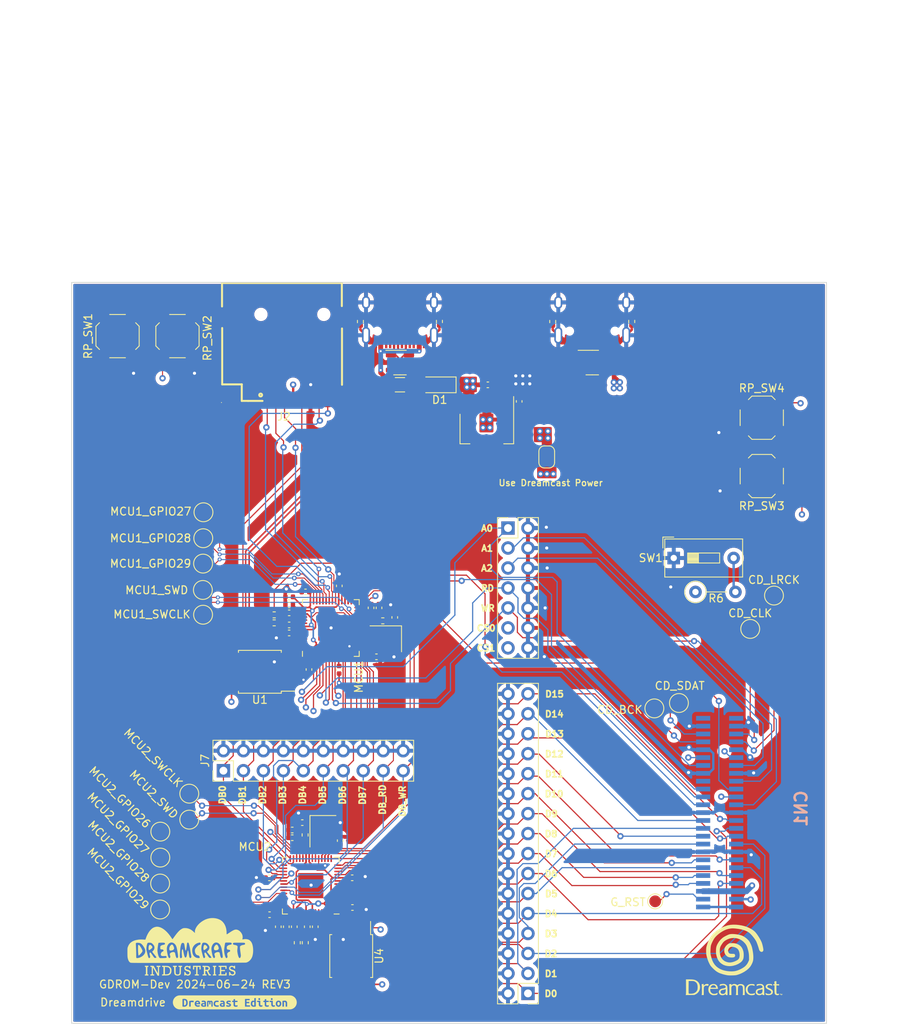
<source format=kicad_pcb>
(kicad_pcb (version 20221018) (generator pcbnew)
  (layers (0 "F.Cu" signal) (1 "In1.Cu" power) (2 "In2.Cu" power) (31 "B.Cu" signal) (34 "B.Paste" user) (35 "F.Paste" user) (36 "B.SilkS" user "B.Silkscreen") (37 "F.SilkS" user "F.Silkscreen") (38 "B.Mask" user) (39 "F.Mask" user) (44 "Edge.Cuts" user))
  (net 0 "")
  (net 1 "Net-(MCU1-VREG_VOUT)")
  (net 2 "3.3V")
  (net 3 "+5V")
  (net 4 "/D7")
  (net 5 "/D8")
  (net 6 "/D5")
  (net 7 "/D10")
  (net 8 "GND")
  (net 9 "/D3")
  (net 10 "/D12")
  (net 11 "/D1")
  (net 12 "/D14")
  (net 13 "/DMARQ")
  (net 14 "Net-(MCU1-XIN)")
  (net 15 "/DMACK")
  (net 16 "/CD_EMPH")
  (net 17 "/A0")
  (net 18 "/CS0")
  (net 19 "/CD_BCK")
  (net 20 "/CD_SDAT")
  (net 21 "Net-(C13-Pad1)")
  (net 22 "/DOPEN")
  (net 23 "/D6")
  (net 24 "/D9")
  (net 25 "/D4")
  (net 26 "/D11")
  (net 27 "/D2")
  (net 28 "/D13")
  (net 29 "/D0")
  (net 30 "/D15")
  (net 31 "5V")
  (net 32 "/IORDY")
  (net 33 "/INTRQ")
  (net 34 "/A1")
  (net 35 "/A2")
  (net 36 "/CS1")
  (net 37 "/CD_LRCK")
  (net 38 "Net-(MCU2-VREG_VOUT)")
  (net 39 "Net-(MCU2-XIN)")
  (net 40 "Net-(C28-Pad1)")
  (net 41 "Net-(J1-CC1)")
  (net 43 "Net-(J1-CC2)")
  (net 45 "/SD_DAT2")
  (net 46 "/SD_DAT3")
  (net 47 "/SD_CMD")
  (net 48 "/SD_CLK")
  (net 49 "/SD_DAT0")
  (net 50 "/SD_DAT1")
  (net 51 "Dreamcast_5V")
  (net 52 "Dreamcast_3v3")
  (net 53 "Dreamcast_12V")
  (net 54 "/RD")
  (net 55 "/WR")
  (net 56 "/IDE_CS0")
  (net 57 "/IDE_CS1")
  (net 58 "/DATABUS_D0")
  (net 59 "/DATABUS_D1")
  (net 60 "/DATABUS_D2")
  (net 61 "/DATABUS_D3")
  (net 62 "/DATABUS_D4")
  (net 63 "/DATABUS_D5")
  (net 64 "/DATABUS_D6")
  (net 65 "/MCU1_GPIO27")
  (net 66 "/DATABUS_D7")
  (net 67 "/DATABUS_SIGNAL_READ")
  (net 68 "/DATABUS_SIGNAL_WRITE")
  (net 69 "/MCU1_GPIO28")
  (net 70 "/MCU1_GPIO29")
  (net 71 "Net-(MCU1-XOUT)")
  (net 72 "Net-(MCU1-SWCLK)")
  (net 73 "Net-(MCU1-SWD)")
  (net 74 "Net-(MCU1-USB_DM)")
  (net 75 "Net-(MCU1-USB_DP)")
  (net 76 "Net-(MCU2-XOUT)")
  (net 77 "Net-(MCU2-SWCLK)")
  (net 78 "Net-(MCU2-SWD)")
  (net 79 "Net-(MCU2-USB_DM)")
  (net 80 "Net-(MCU2-USB_DP)")
  (net 81 "RP1_USB_D+")
  (net 82 "RP1_USB_D-")
  (net 83 "RP2_USB_D+")
  (net 84 "RP2_USB_D-")
  (net 85 "RP1_RUN_PULL")
  (net 86 "RP1_SD3")
  (net 87 "RP1_CLK")
  (net 88 "RP1_SD0")
  (net 89 "RP1_SD2")
  (net 90 "RP1_SD1")
  (net 91 "RP1_CS")
  (net 92 "RP2_RUN_PULL")
  (net 93 "RP2_SD3")
  (net 94 "RP2_CLK")
  (net 95 "RP2_SD0")
  (net 96 "/MCU2_GPIO26")
  (net 97 "/MCU2_GPIO27")
  (net 98 "/MCU2_GPIO28")
  (net 99 "/MCU2_GPIO29")
  (net 100 "RP2_SD2")
  (net 101 "RP2_SD1")
  (net 102 "RP2_CS")
  (net 103 "/G_RST")
  (net 104 "/CD_CLK")
  (net 105 "VBUS")
  (footprint "Capacitor_SMD:C_0402_1005Metric" (layer "F.Cu") (at 116.4844 84.7314 90)
    (fp_text reference "C15" hide)
    (fp_text value "1uF" hide)
  )
  (footprint "Capacitor_SMD:C_0402_1005Metric" (layer "F.Cu") (at 84.7037 145.3217)
    (fp_text reference "C26" hide)
    (fp_text value "100nF")
  )
  (footprint "TestPoint:TestPoint_Pad_D2.0mm" (layer "F.Cu") (at 70.8152 149.352)
    (fp_text reference "MCU2_GPIO29")
    (fp_text value "TestPoint_Pad_D2.0mm")
  )
  (footprint "Button_Switch_SMD:SW_SPST_TL3342" (layer "F.Cu") (at 147.345 94.229)
    (fp_text reference "RP_SW3")
    (fp_text value "SW_Push")
  )
  (footprint "Button_Switch_SMD:SW_SPST_TL3342" (layer "F.Cu") (at 147.342 86.806)
    (fp_text reference "RP_SW4")
    (fp_text value "SW_Push")
  )
  (footprint "Capacitor_SMD:C_0402_1005Metric" (layer "F.Cu") (at 85.8467 151.5447 90)
    (fp_text reference "C23" hide)
    (fp_text value "100nF")
  )
  (footprint "Capacitor_SMD:C_0402_1005Metric" (layer "F.Cu") (at 87.229 110.6086)
    (fp_text reference "C4" hide)
    (fp_text value "1uF")
  )
  (footprint "Package_SO:SOIC-8_5.23x5.23mm_P1.27mm" (layer "F.Cu") (at 95.1177 155.2717 -90)
    (fp_text reference "U4")
    (fp_text value "W25Q128JVS")
  )
  (footprint "Fuse:Fuse_1206_3216Metric" (layer "F.Cu") (at 101.3206 82.6144 180)
    (fp_text reference "F1" hide)
    (fp_text value "1.1A" hide)
  )
  (footprint "Capacitor_SMD:C_0402_1005Metric" (layer "F.Cu") (at 93.579 118.8636 90)
    (fp_text reference "C5" hide)
    (fp_text value "100nF")
  )
  (footprint "TestPoint:TestPoint_Pad_D2.0mm" (layer "F.Cu") (at 70.8406 142.748)
    (fp_text reference "MCU2_GPIO27")
    (fp_text value "TestPoint_Pad_D2.0mm")
  )
  (footprint "Capacitor_SMD:C_0402_1005Metric" (layer "F.Cu") (at 97.643 110.9896 -90)
    (fp_text reference "C2" hide)
    (fp_text value "100nF")
  )
  (footprint "Capacitor_SMD:C_0402_1005Metric" (layer "F.Cu") (at 86.8627 151.5447 90)
    (fp_text reference "C19" hide)
    (fp_text value "1uF")
  )
  (footprint "Capacitor_SMD:C_0402_1005Metric" (layer "F.Cu") (at 100.6606 112.2046 90)
    (fp_text reference "C13" hide)
    (fp_text value "30pF")
  )
  (footprint "Capacitor_SMD:C_0402_1005Metric" (layer "F.Cu") (at 93.6035 108.1956 -90)
    (fp_text reference "C10" hide)
    (fp_text value "100nF")
  )
  (footprint "Connector_PinHeader_2.54mm:PinHeader_2x07_P2.54mm_Vertical" (layer "F.Cu") (at 115.062 100.838)
    (fp_text reference "J6" hide)
    (fp_text value "Dreamcast Control Lines")
  )
  (footprint "Connector_PinHeader_2.54mm:PinHeader_2x10_P2.54mm_Vertical" (layer "F.Cu") (at 78.867 131.699 90)
    (fp_text reference "J7")
    (fp_text value "MCU Databus")
  )
  (footprint "Resistor_SMD:R_0402_1005Metric" (layer "F.Cu") (at 88.2596 153.5767 -90)
    (fp_text reference "R8" hide)
    (fp_text value "27")
  )
  (footprint "TestPoint:TestPoint_Pad_D2.0mm" (layer "F.Cu") (at 76.2762 105.3592)
    (fp_text reference "MCU1_GPIO29")
    (fp_text value "TestPoint_Pad_D2.0mm")
  )
  (footprint "TestPoint:TestPoint_Pad_D2.0mm" (layer "F.Cu") (at 76.2508 108.712)
    (fp_text reference "MCU1_SWD")
    (fp_text value "TestPoint_Pad_D2.0mm")
  )
  (footprint "Resistor_SMD:R_0402_1005Metric" (layer "F.Cu") (at 85.324 111.8786 180)
    (fp_text reference "R2" hide)
    (fp_text value "27")
  )
  (footprint "TestPoint:TestPoint_Pad_D2.0mm" (layer "F.Cu") (at 76.327 98.8314)
    (fp_text reference "MCU1_GPIO27")
    (fp_text value "TestPoint_Pad_D2.0mm")
  )
  (footprint "sd_card_lib:TF-SMD_TF-PUSH" (layer "F.Cu") (at 86.687136 79.367625 180)
    (fp_text reference "J2")
    (fp_text value "Micro_SD_Card")
  )
  (footprint "Package_SO:SOIC-8_5.23x5.23mm_P1.27mm" (layer "F.Cu") (at 83.502 119.1176 180)
    (fp_text reference "U1")
    (fp_text value "W25Q128JVS")
  )
  (footprint "Button_Switch_SMD:SW_SPST_TL3342" (layer "F.Cu") (at 73.02 76.429 90)
    (fp_text reference "RP_SW2")
    (fp_text value "SW_Push")
  )
  (footprint "Resistor_SMD:R_0402_1005Metric" (layer "F.Cu") (at 99.1362 112.6406)
    (fp_text reference "R3" hide)
    (fp_text value "1K")
  )
  (footprint "Package_DFN_QFN:QFN-56-1EP_7x7mm_P0.4mm_EP3.2x3.2mm" (layer "F.Cu") (at 92.5275 113.5516 90)
    (fp_text reference "MCU1")
    (fp_text value "RP2040")
  )
  (footprint "Capacitor_SMD:C_0402_1005Metric" (layer "F.Cu") (at 98.659 110.9896 -90)
    (fp_text reference "C11" hide)
    (fp_text value "100nF")
  )
  (footprint "Capacitor_SMD:C_0402_1005Metric" (layer "F.Cu") (at 87.229 111.6246)
    (fp_text reference "C3" hide)
    (fp_text value "1uF")
  )
  (footprint "LOGO" (layer "F.Cu") (at 143.8148 155.7528)
    (fp_text reference "G***" hide)
    (fp_text value "LOGO" hide)
  )
  (footprint "Capacitor_SMD:C_0402_1005Metric" (layer "F.Cu") (at 98.3283 117.2126)
    (fp_text reference "C12" hide)
    (fp_text value "30pF")
  )
  (footprint "Resistor_SMD:R_0402_1005Metric" (layer "F.Cu") (at 96.2906 74.5744 90)
    (fp_text reference "R4" hide)
    (fp_text value "5k1" hide)
  )
  (footprint "Package_TO_SOT_SMD:SOT-23-6" (layer "F.Cu") (at 101.3206 79.7944)
    (fp_text reference "U3" hide)
    (fp_text value "SRV05-4" hide)
  )
  (footprint "Resistor_SMD:R_0402_1005Metric" (layer "F.Cu") (at 89.2565 139.8677 90)
    (fp_text reference "R9" hide)
    (fp_text value "1K")
  )
  (footprint "Capacitor_SMD:C_0402_1005Metric" (layer "F.Cu") (at 87.6247 140.2217)
    (fp_text reference "C17" hide)
    (fp_text value "100nF")
  )
  (footprint "TestPoint:TestPoint_Pad_D2.0mm" (layer "F.Cu") (at 76.3016 102.1334)
    (fp_text reference "MCU1_GPIO28")
    (fp_text value "TestPoint_Pad_D2.0mm")
  )
  (footprint "Resistor_SMD:R_0402_1005Metric" (layer "F.Cu") (at 130.8008 74.5644 90)
    (fp_text reference "R11" hide)
    (fp_text value "5k1" hide)
  )
  (footprint "Resistor_SMD:R_0402_1005Metric" (layer "F.Cu") (at 89.2757 153.5767 -90)
    (fp_text reference "R7" hide)
    (fp_text value "27")
  )
  (footprint "Package_TO_SOT_SMD:SOT-223" (layer "F.Cu") (at 112.3696 88.2138 -90)
    (fp_text reference "U2" hide)
    (fp_text value "AMS1117-3.3" hide)
  )
  (footprint "Diode_SMD:D_SOD-123F" (layer "F.Cu") (at 106.2482 82.6262 180)
    (fp_text reference "D1")
    (fp_text value "D_Schottky")
  )
  (footprint "Button_Switch_SMD:SW_SPST_TL3342" (layer "F.Cu") (at 65.4 76.429 90)
    (fp_text reference "RP_SW1")
    (fp_text value "SW_Push")
  )
  (footprint "TestPoint:TestPoint_Pad_D2.0mm" (layer "F.Cu") (at 70.8406 139.446)
    (fp_text reference "MCU2_GPIO26")
    (fp_text value "TestPoint_Pad_D2.0mm")
  )
  (footprint "JBroekCustom:HRO-TYPE-C-31-M-12_LCSC" (layer "F.Cu") (at 125.7808 74.5744 180)
    (fp_text reference "J5" hide)
    (fp_text value "USB_C_Receptacle_USB2.0" hide)
  )
  (footprint "Capacitor_SMD:C_0402_1005Metric" (layer "F.Cu") (at 87.2255 114.1781)
    (fp_text reference "C1" hide)
    (fp_text value "100nF")
  )
  (footprint "TestPoint:TestPoint_Pad_D2.0mm" (layer "F.Cu") (at 133.6802 123.7742)
    (fp_text reference "CD_BCK")
    (fp_text value "TestPoint_Pad_D2.0mm")
  )
  (footprint "Crystal:Crystal_SMD_3225-4Pin_3.2x2.5mm" (layer "F.Cu") (at 91.5227 139.4027 -90)
    (fp_text reference "Y2" hide)
    (fp_text value "Crystal_GND24")
  )
  (footprint "Connector_PinHeader_2.54mm:PinHeader_2x16_P2.54mm_Vertical" (layer "F.Cu") (at 117.602 160.02 180)
    (fp_text reference "J4" hide)
    (fp_text value "Dreamcast Data")
  )
  (footprint "JBroekCustom:HRO-TYPE-C-31-M-12_LCSC" (layer "F.Cu") (at 101.3206 74.5744 180)
    (fp_text reference "J1" hide)
    (fp_text value "USB_C_Receptacle_USB2.0" hide)
  )
  (footprint "Resistor_SMD:R_0402_1005Metric" (layer "F.Cu") (at 120.7508 74.5744 90)
    (fp_text reference "R10" hide)
    (fp_text value "5k1" hide)
  )
  (footprint "Capacitor_SMD:C_0402_1005Metric" (layer "F.Cu") (at 87.229 109.5926)
    (fp_text reference "C7" hide)
    (fp_text value "100nF")
  )
  (footprint "Capacitor_SMD:C_0402_1005Metric" (layer "F.Cu") (at 89.7482 118.8289 90)
    (fp_text reference "C6" hide)
    (fp_text value "100nF")
  )
  (footprint "Capacitor_SMD:C_0402_1005Metric" (layer "F.Cu") (at 87.6247 139.2428)
    (fp_text reference "C25" hide)
    (fp_text value "100nF")
  )
  (footprint "Jumper:SolderJumper-2_P1.3mm_Open_RoundedPad1.0x1.5mm" (layer "F.Cu") (at 119.9896 91.7956 90)
    (fp_text reference "Use Dreamcast Power")
    (fp_text value "SolderJumper-2_P1.3mm_Open_RoundedPad1.0x1.5mm")
  )
  (footprint "Resistor_SMD:R_0402_1005Metric" (layer "F.Cu") (at 85.322 112.8946 180)
    (fp_text reference "R1" hide)
    (fp_text value "27")
  )
  (footprint "Capacitor_SMD:C_0402_1005Metric" (layer "F.Cu") (at 87.8787 151.5447 90)
    (fp_text reference "C18" hide)
    (fp_text value "1uF")
  )
  (footprint "Capacitor_SMD:C_0402_1005Metric" (layer "F.Cu") (at 84.7344 150.0124)
    (fp_text reference "C24" hide)
    (fp_text value "100nF")
  )
  (footprint "Capacitor_SMD:C_0402_1005Metric" (layer "F.Cu") (at 95.2447 145.3217 180)
    (fp_text reference "C22" hide)
    (fp_text value "100nF")
  )
  (footprint "LOGO" (layer "F.Cu") (at 74.592058 154.513231)
    (fp_text reference "DREAMCRAFT_LOGO" hide)
    (fp_text value "LOGO" hide)
  )
  (footprint "Resistor_SMD:R_0402_1005Metric" (layer "F.Cu") (at 106.3406 74.5644 90)
    (fp_text reference "R5" hide)
    (fp_text value "5k1" hide)
  )
  (footprint "TestPoint:TestPoint_Pad_D1.5mm" (layer "F.Cu") (at 133.7818 148.3106)
    (fp_text reference "G_RST")
    (fp_text value "TestPoint_Pad_D1.5mm")
  )
  (footprint "Capacitor_SMD:C_0402_1005Metric" (layer "F.Cu") (at 112.4966 82.6258)
    (fp_text reference "C14" hide)
    (fp_text value "1uF" hide)
  )
  (footprint "Package_TO_SOT_SMD:SOT-23-6" (layer "F.Cu") (at 125.7808 79.7944)
    (fp_text reference "U6" hide)
    (fp_text value "SRV05-4" hide)
  )
  (footprint "TestPoint:TestPoint_Pad_D2.0mm" (layer "F.Cu") (at 70.8152 146.05)
    (fp_text reference "MCU2_GPIO28")
    (fp_text value "TestPoint_Pad_D2.0mm")
  )
  (footprint "Crystal:Crystal_SMD_3225-4Pin_3.2x2.5mm" (layer "F.Cu") (at 99.5172 114.9266 180)
    (fp_text reference "Y1" hide)
    (fp_text value "Crystal_GND24")
  )
  (footprint "Package_DFN_QFN:QFN-56-1EP_7x7mm_P0.4mm_EP3.2x3.2mm" (layer "F.Cu") (at 89.9767 146.3137 180)
    (fp_text reference "MCU2")
    (fp_text value "RP2040")
  )
  (footprint "Capacitor_SMD:C_0402_1005Metric" (layer "F.Cu") (at 87.2255 113.1621)
    (fp_text reference "C8" hide)
    (fp_text value "100nF")
  )
  (footprint "TestPoint:TestPoint_Pad_D2.0mm" (layer "F.Cu") (at 148.8948 109.4232)
    (fp_text reference "CD_LRCK")
    (fp_text value "TestPoint_Pad_D2.0mm")
  )
  (footprint "Button_Switch_THT:SW_DIP_SPSTx01_Slide_9.78x4.72mm_W7.62mm_P2.54mm" (layer "F.Cu") (at 136.144 104.648)
    (fp_text reference "SW1")
    (fp_text value "Lid")
  )
  (footprint "TestPoint:TestPoint_Pad_D2.0mm" (layer "F.Cu") (at 74.5236 137.922)
    (fp_text reference "MCU2_SWD")
    (fp_text value "TestPoint_Pad_D2.0mm")
  )
  (footprint "Capacitor_SMD:C_0402_1005Metric" (layer "F.Cu") (at 89.5297 151.5447 90)
    (fp_text reference "C20" hide)
    (fp_text value "100nF")
  )
  (footprint "Capacitor_SMD:C_0402_1005Metric" (layer "F.Cu") (at 90.5457 151.5447 90)
    (fp_text reference "C16" hide)
    (fp_text value "100nF")
  )
  (footprint "TestPoint:TestPoint_Pad_D2.0mm" (layer "F.Cu") (at 136.8044 123.0884)
    (fp_text reference "CD_SDAT")
    (fp_text value "TestPoint_Pad_D2.0mm")
  )
  (footprint "Capacitor_SMD:C_0402_1005Metric" (layer "F.Cu") (at 89.3064 108.966)
    (fp_text reference "C9" hide)
    (fp_text value "100nF")
  )
  (footprint "TestPoint:TestPoint_Pad_D2.0mm" (layer "F.Cu") (at 76.2762 111.8616)
    (fp_text reference "MCU1_SWCLK")
    (fp_text value "TestPoint_Pad_D2.0mm")
  )
  (footprint "Capacitor_SMD:C_0402_1005Metric" (layer "F.Cu") (at 95.275 149.0976 180)
    (fp_text reference "C21" hide)
    (fp_text value "100nF")
  )
  (footprint "kibuzzard-63F149CE" (layer "F.Cu") (at 80.3148 161.163)
    (fp_text reference "kibuzzard-63F149CE" hide)
    (fp_text value "DDR_DREAMCAST" hide)
  )
  (footprint "TestPoint:TestPoint_Pad_D2.0mm" (layer "F.Cu") (at 74.5236 134.62)
    (fp_text reference "MCU2_SWCLK")
    (fp_text value "TestPoint_Pad_D2.0mm")
  )
  (footprint "Capacitor_SMD:C_0402_1005Metric" (layer "F.Cu") (at 93.7207 140.593 90)
    (fp_text reference "C27" hide)
    (fp_text value "30pF")
  )
  (footprint "Capacitor_SMD:C_0402_1005Metric" (layer "F.Cu") (at 88.8953 138.303 180)
    (fp_text reference "C28" hide)
    (fp_text value "30pF")
  )
  (footprint "Resistor_THT:R_Axial_DIN0207_L6.3mm_D2.5mm_P5.08mm_Vertical" (layer "F.Cu") (at 138.909 108.966)
    (fp_text reference "R6")
    (fp_text value "R")
  )
  (footprint "TestPoint:TestPoint_Pad_D2.0mm" (layer "F.Cu") (at 145.8722 113.665)
    (fp_text reference "CD_CLK")
    (fp_text value "TestPoint_Pad_D2.0mm")
  )
  (footprint "riser:Molex_52602_0579" (layer "B.Cu") (at 141.986 137.033 90)
    (fp_text reference "CN1")
    (fp_text value "Molex_52602_0579" hide)
  )
  (gr_rect (start 59.563 69.596) (end 155.575 163.83) (stroke (width 0.1)) (fill none) (layer "Edge.Cuts"))
  (gr_text "D10" (at 119.634 135.128) (layer "F.SilkS") (effects (font (size 0.8 0.8) (thickness 0.2) bold) (justify left bottom)))
  (gr_text "DB3" (at 86.868 136.1186 90) (layer "F.SilkS") (effects (font (size 0.8 0.8) (thickness 0.2) bold) (justify left bottom)))
  (gr_text "A2" (at 111.5314 106.426) (layer "F.SilkS") (effects (font (size 0.8 0.8) (thickness 0.2) bold) (justify left bottom)))
  (gr_text "DB2" (at 84.328 136.0932 90) (layer "F.SilkS") (effects (font (size 0.8 0.8) (thickness 0.2) bold) (justify left bottom)))
  (gr_text "DB1" (at 81.757338 136.096968 90) (layer "F.SilkS") (effects (font (size 0.8 0.8) (thickness 0.2) bold) (justify left bottom)))
  (gr_text "D7" (at 119.6594 142.748) (layer "F.SilkS") (effects (font (size 0.8 0.8) (thickness 0.2) bold) (justify left bottom)))
  (gr_text "D5" (at 119.6594 147.828) (layer "F.SilkS") (effects (font (size 0.8 0.8) (thickness 0.2) bold) (justify left bottom)))
  (gr_text "D2" (at 119.6086 155.448) (layer "F.SilkS") (effects (font (size 0.8 0.8) (thickness 0.2) bold) (justify left bottom)))
  (gr_text "DB5" (at 91.948 136.1186 90) (layer "F.SilkS") (effects (font (size 0.8 0.8) (thickness 0.2) bold) (justify left bottom)))
  (gr_text "DB4" (at 89.408 136.0932 90) (layer "F.SilkS") (effects (font (size 0.8 0.8) (thickness 0.2) bold) (justify left bottom)))
  (gr_text "DB6" (at 94.488 136.1186 90) (layer "F.SilkS") (effects (font (size 0.8 0.8) (thickness 0.2) bold) (justify left bottom)))
  (gr_text "A1" (at 111.5568 103.886) (layer "F.SilkS") (effects (font (size 0.8 0.8) (thickness 0.2) bold) (justify left bottom)))
  (gr_text "DB0" (at 79.217338 136.071568 90) (layer "F.SilkS") (effects (font (size 0.8 0.8) (thickness 0.2) bold) (justify left bottom)))
  (gr_text "D13" (at 119.6848 127.508) (layer "F.SilkS") (effects (font (size 0.8 0.8) (thickness 0.2) bold) (justify left bottom)))
  (gr_text "RD" (at 111.5314 108.966) (layer "F.SilkS") (effects (font (size 0.8 0.8) (thickness 0.2) bold) (justify left bottom)))
  (gr_text "D14" (at 119.6594 124.968) (layer "F.SilkS") (effects (font (size 0.8 0.8) (thickness 0.2) bold) (justify left bottom)))
  (gr_text "DB_RD" (at 99.568 137.414 90) (layer "F.SilkS") (effects (font (size 0.8 0.8) (thickness 0.2) bold) (justify left bottom)))
  (gr_text "D1" (at 119.634 157.988) (layer "F.SilkS") (effects (font (size 0.8 0.8) (thickness 0.2) bold) (justify left bottom)))
  (gr_text "DB7" (at 97.028 136.144 90) (layer "F.SilkS") (effects (font (size 0.8 0.8) (thickness 0.2) bold) (justify left bottom)))
  (gr_text "D3" (at 119.634 152.908) (layer "F.SilkS") (effects (font (size 0.8 0.8) (thickness 0.2) bold) (justify left bottom)))
  (gr_text "DB_WR" (at 102.108 137.668 90) (layer "F.SilkS") (effects (font (size 0.8 0.8) (thickness 0.2) bold) (justify left bottom)))
  (gr_text "D8" (at 119.634 140.208) (layer "F.SilkS") (effects (font (size 0.8 0.8) (thickness 0.2) bold) (justify left bottom)))
  (gr_text "D4" (at 119.634 150.368) (layer "F.SilkS") (effects (font (size 0.8 0.8) (thickness 0.2) bold) (justify left bottom)))
  (gr_text "GDROM-Dev 2024-06-24 REV3" (at 75.2348 158.877) (layer "F.SilkS") (effects (font (size 1 1))))
  (gr_text "D0" (at 119.6086 160.528) (layer "F.SilkS") (effects (font (size 0.8 0.8) (thickness 0.2) bold) (justify left bottom)))
  (gr_text "CS1" (at 110.9726 116.586) (layer "F.SilkS") (effects (font (size 0.8 0.8) (thickness 0.2) bold) (justify left bottom)))
  (gr_text "A0" (at 111.5314 101.346) (layer "F.SilkS") (effects (font (size 0.8 0.8) (thickness 0.2) bold) (justify left bottom)))
  (gr_text "D12" (at 119.6594 130.048) (layer "F.SilkS") (effects (font (size 0.8 0.8) (thickness 0.2) bold) (justify left bottom)))
  (gr_text "D15" (at 119.6848 122.428) (layer "F.SilkS") (effects (font (size 0.8 0.8) (thickness 0.2) bold) (justify left bottom)))
  (gr_text "CS0" (at 110.998 114.046) (layer "F.SilkS") (effects (font (size 0.8 0.8) (thickness 0.2) bold) (justify left bottom)))
  (gr_text "WR" (at 111.506 111.506) (layer "F.SilkS") (effects (font (size 0.8 0.8) (thickness 0.2) bold) (justify left bottom)))
  (gr_text "D9" (at 119.6594 137.668) (layer "F.SilkS") (effects (font (size 0.8 0.8) (thickness 0.2) bold) (justify left bottom)))
  (gr_text "D11" (at 119.6594 132.588) (layer "F.SilkS") (effects (font (size 0.8 0.8) (thickness 0.2) bold) (justify left bottom)))
  (gr_text "D6" (at 119.634 145.288) (layer "F.SilkS") (effects (font (size 0.8 0.8) (thickness 0.2) bold) (justify left bottom)))
  (gr_text "Dreamdrive" (at 67.3608 161.163) (layer "F.SilkS") (effects (font (size 1 1))))
  (segment (start 90.5764 113.4872) (end 90.3116 113.752) (width 0.2) (layer "F.Cu") (net 1))
  (segment (start 90.5764 112.808796) (end 90.5764 113.4872) (width 0.2) (layer "F.Cu") (net 1))
  (segment (start 89.09 111.752) (end 89.5192 111.752) (width 0.2) (layer "F.Cu") (net 1))
  (segment (start 90.678 111.6076) (end 90.026602 112.258998) (width 0.127) (layer "F.Cu") (net 1))
  (segment (start 87.836 111.752) (end 89.09 111.752) (width 0.2) (layer "F.Cu") (net 1))
  (segment (start 88.132 113.752) (end 87.7055 114.178) (width 0.2) (layer "F.Cu") (net 1))
  (segment (start 96.4456 112.952) (end 96.3426 112.952) (width 0.2) (layer "F.Cu") (net 1))
  (segment (start 97.643 111.7546) (end 96.4456 112.952) (width 0.2) (layer "F.Cu") (net 1))
  (segment (start 97.643 111.651) (end 97.643 111.7546) (width 0.2) (layer "F.Cu") (net 1))
  (segment (start 90.026602 112.258998) (end 90.5764 112.808796) (width 0.2) (layer "F.Cu") (net 1))
  (segment (start 94.1645 111.6076) (end 90.678 111.6076) (width 0.127) (layer "F.Cu") (net 1))
  (segment (start 95.965 112.9516) (end 95.5085 112.9516) (width 0.127) (layer "F.Cu") (net 1))
  (segment (start 96.3426 112.952) (end 95.9654 112.952) (width 0.127) (layer "F.Cu") (net 1))
  (segment (start 90.3116 113.752) (end 88.132 113.752) (width 0.2) (layer "F.Cu") (net 1))
  (segment (start 89.5192 111.752) (end 90.026602 112.258998) (width 0.2) (layer "F.Cu") (net 1))
  (segment (start 95.5085 112.9516) (end 94.1645 111.6076) (width 0.127) (layer "F.Cu") (net 1))
  (segment (start 89.916 110.126) (end 89.9275 110.114) (width 0.2) (layer "F.Cu") (net 2))
  (segment (start 94.615 113.792) (end 94.615 115.189) (width 0.2) (layer "F.Cu") (net 2))
  (segment (start 89.7084 110.952) (end 89.789 110.871) (width 0.2) (layer "F.Cu") (net 2))
  (segment (start 92.71 115.697) (end 90.678 115.697) (width 0.2) (layer "F.Cu") (net 2))
  (segment (start 92.5576 145.4918) (end 92.5576 147.6756) (width 0.2) (layer "F.Cu") (net 2))
  (segment (start 93.5275 116.9891) (end 93.5275 118.332) (width 0.2) (layer "F.Cu") (net 2))
  (segment (start 89.7767 142.8762) (end 89.7767 143.305437) (width 0.2) (layer "F.Cu") (net 2))
  (segment (start 92.5576 147.6756) (end 91.6432 148.59) (width 0.2) (layer "F.Cu") (net 2))
  (segment (start 89.09 113.352) (end 87.895 113.352) (width 0.2) (layer "F.Cu") (net 2))
  (segment (start 88.052 110.952) (end 87.709 110.609) (width 0.2) (layer "F.Cu") (net 2))
  (segment (start 89.3767 148.748) (end 89.3767 149.751) (width 0.2) (layer "F.Cu") (net 2))
  (segment (start 89.9275 116.448) (end 89.9275 116.9891) (width 0.2) (layer "F.Cu") (net 2))
  (segment (start 88.646 140.8684) (end 89.7767 141.9991) (width 0.2) (layer "F.Cu") (net 2))
  (segment (start 79.902 122.917) (end 79.883 122.936) (width 0.2) (layer "F.Cu") (net 2))
  (segment (start 89.09 110.952) (end 89.09 111.3516) (width 0.2) (layer "F.Cu") (net 2))
  (segment (start 116.484 86.385) (end 115.824 87.0454) (width 0.5) (layer "F.Cu") (net 2))
  (segment (start 91.6432 148.59) (end 91.9669 148.9137) (width 0.2) (layer "F.Cu") (net 2))
  (segment (start 96.549595 113.356005) (end 95.050995 113.356005) (width 0.2) (layer "F.Cu") (net 2))
  (segment (start 89.4715 148.654) (end 89.3767 148.748) (width 0.2) (layer "F.Cu") (net 2))
  (segment (start 90.794063 144.3228) (end 91.7448 144.3228) (width 0.2) (layer "F.Cu") (net 2))
  (segment (start 91.7448 144.3228) (end 92.7357 145.3137) (width 0.2) (layer "F.Cu") (net 2))
  (segment (start 89.789 110.871) (end 90.17 111.252) (width 0.2) (layer "F.Cu") (net 2))
  (segment (start 97.023 158.872) (end 99.0547 158.872) (width 0.2) (layer "F.Cu") (net 2))
  (segment (start 91.9669 148.9137) (end 94.6107 148.9137) (width 0.2) (layer "F.Cu") (net 2))
  (segment (start 89.7765 149.751) (end 89.3767 149.751) (width 0.2) (layer "F.Cu") (net 2))
  (segment (start 88.646 139.9013) (end 88.646 140.8684) (width 0.2) (layer "F.Cu") (net 2))
  (segment (start 79.902 121.023) (end 79.902 122.917) (width 0.2) (layer "F.Cu") (net 2))
  (segment (start 98.659 111.47) (end 98.659 111.78) (width 0.2) (layer "F.Cu") (net 2))
  (segment (start 99.0547 158.872) (end 99.06 158.877) (width 0.2) (layer "F.Cu") (net 2))
  (segment (start 87.3767 149.226) (end 87.3767 149.751) (width 0.2) (layer "F.Cu") (net 2))
  (segment (start 116.4844 85.8821) (end 116.4844 85.2114) (width 0.15) (layer "F.Cu") (net 2))
  (segment (start 89.09 113.3516) (end 89.09 112.952) (width 0.2) (layer "F.Cu") (net 2))
  (segment (start 87.895 113.352) (end 87.7055 113.162) (width 0.2) (layer "F.Cu") (net 2))
  (segment (start 88.1047 139.36) (end 88.646 139.9013) (width 0.2) (layer "F.Cu") (net 2))
  (segment (start 87.3767 150.551) (end 87.1197 150.808) (width 0.2) (layer "F.Cu") (net 2))
  (segment (start 87.3767 149.751) (end 87.7765 149.751) (width 0.2) (layer "F.Cu") (net 2))
  (segment (start 89.09 113.352) (end 89.8484 113.352) (width 0.2) (layer "F.Cu") (net 2))
  (segment (start 116.484 85.8825) (end 116.484 86.385) (width 0.5) (layer "F.Cu") (net 2))
  (segment (start 98.3089 112.13) (end 97.7756 112.13) (width 0.2) (layer "F.Cu") (net 2))
  (segment (start 93.174437 110.8964) (end 93.5275 110.543337) (width 0.2) (layer "F.Cu") (net 2))
  (segment (start 92.7357 145.3137) (end 92.5576 145.4918) (width 0.2) (layer "F.Cu") (net 2))
  (segment (start 94.7567 145.314) (end 93.4145 145.314) (width 0.2) (layer "F.Cu") (net 2))
  (segment (start 89.09 110.952) (end 88.052 110.952) (width 0.2) (layer "F.Cu") (net 2))
  (segment (start 87.5107 144.7723) (end 86.9693 145.3137) (width 0.15) (layer "F.Cu") (net 2))
  (segment (start 85.2144 149.7102) (end 86.0106 148.914) (width 0.2) (layer "F.Cu") (net 2))
  (segment (start 87.1197 150.808) (end 86.8627 151.065) (width 0.2) (layer "F.Cu") (net 2))
  (segment (start 89.9275 116.9891) (end 89.9275 118.17) (width 0.2) (layer "F.Cu") (net 2))
  (segment (start 93.5275 110.5361) (end 93.5275 110.1141) (width 0.15) (layer "F.Cu") (net 2))
  (segment (start 86.9693 145.3137) (end 86.5392 145.3137) (width 0.15) (layer "F.Cu") (net 2))
  (segment (start 90.6526 110.8964) (end 93.174437 110.8964) (width 0.2) (layer "F.Cu") (net 2))
  (segment (start 93.5275 110.114) (end 93.5275 108.752) (width 0.2) (layer "F.Cu") (net 2))
  (segment (start 93.5275 116.9891) (end 93.5275 116.514) (width 0.2) (layer "F.Cu") (net 2))
  (segment (start 89.916 110.744) (end 89.916 110.126) (width 0.2) (layer "F.Cu") (net 2))
  (segment (start 87.737174 82.606374) (end 87.7316 82.6008) (width 0.3) (layer "F.Cu") (net 2))
  (segment (start 89.09 110.952) (end 89.7084 110.952) (width 0.2) (layer "F.Cu") (net 2))
  (segment (start 87.737174 84.6676) (end 87.737174 82.606374) (width 0.3) (layer "F.Cu") (net 2))
  (segment (start 93.5275 110.543337) (end 93.5275 110.1141) (width 0.2) (layer "F.Cu") (net 2))
  (segment (start 87.1194 150.808) (end 86.8627 151.0647) (width 0.15) (layer "F.Cu") (net 2))
  (segment (start 90.17 111.3155) (end 90.17 111.379) (width 0.2) (layer "F.Cu") (net 2))
  (segment (start 86.5389 145.314) (end 85.1917 145.314) (width 0.2) (layer "F.Cu") (net 2))
  (segment (start 112.751 87.0454) (end 111.887 87.0454) (width 0.5) (layer "F.Cu") (net 2))
  (segment (start 116.484 85.8825) (end 116.4844 85.8821) (width 0.15) (layer "F.Cu") (net 2))
  (segment (start 116.484 85.38) (end 116.484 85.8825) (width 0.5) (layer "F.Cu") (net 2))
  (segment (start 90.17 111.379) (end 90.6526 110.8964) (width 0.2) (layer "F.Cu") (net 2))
  (segment (start 89.8484 113.352) (end 90.043 113.157) (width 0.2) (layer "F.Cu") (net 2))
  (segment (start 90.17 111.252) (end 90.17 111.3155) (width 0.2) (layer "F.Cu") (net 2))
  (segment (start 90.1426 111.352) (end 90.17 111.379) (width 0.2) (layer "F.Cu") (net 2))
  (segment (start 115.824 87.0454) (end 112.751 87.0454) (width 0.5) (layer "F.Cu") (net 2))
  (segment (start 97.7756 112.13) (end 96.549595 113.356005) (width 0.2) (layer "F.Cu") (net 2))
  (segment (start 95.050995 113.356005) (end 94.615 113.792) (width 0.2) (layer "F.Cu") (net 2))
  (segment (start 87.3767 149.7512) (end 87.3767 150.551) (width 0.2) (layer "F.Cu") (net 2))
  (segment (start 94.615 115.189) (end 94.107 115.697) (width 0.2) (layer "F.Cu") (net 2))
  (segment (start 89.09 111.352) (end 90.1426 111.352) (width 0.2) (layer "F.Cu") (net 2))
  (segment (start 92.7357 145.3137) (end 93.4142 145.3137) (width 0.2) (layer "F.Cu") (net 2))
  (segment (start 89.9275 110.114) (end 89.9275 108.829) (width 0.2) (layer "F.Cu") (net 2))
  (segment (start 85.2144 150.0124) (end 85.2144 149.7102) (width 0.2) (layer "F.Cu") (net 2))
  (segment (start 90.678 115.697) (end 90.678 115.443) (width 0.2) (layer "F.Cu") (net 2))
  (segment (start 89.7767 143.305437) (end 90.794063 144.3228) (width 0.2) (layer "F.Cu") (net 2))
  (segment (start 86.0106 148.914) (end 87.0647 148.914) (width 0.2) (layer "F.Cu") (net 2))
  (segment (start 94.6107 148.9137) (end 94.795 149.098) (width 0.2) (layer "F.Cu") (net 2))
  (segment (start 87.1197 150.808) (end 87.1194 150.808) (width 0.15) (layer "F.Cu") (net 2))
  (segment (start 90.678 115.443) (end 90.297 115.062) (width 0.2) (layer "F.Cu") (net 2))
  (segment (start 87.731 109.593) (end 89.09 110.952) (width 0.2) (layer "F.Cu") (net 2))
  (segment (start 87.7767 149.751) (end 87.7767 148.4376) (width 0.2) (layer "F.Cu") (net 2))
  (segment (start 93.5275 116.514) (end 92.71 115.697) (width 0.2) (layer "F.Cu") (net 2))
  (segment (start 91.6432 148.59) (end 90.932 148.59) (width 0.2) (layer "F.Cu") (net 2))
  (segment (start 89.3767 149.7512) (end 89.3767 150.912) (width 0.2) (layer "F.Cu") (net 2))
  (segment (start 87.0647 148.914) (end 87.3767 149.226) (width 0.2) (layer "F.Cu") (net 2))
  (segment (start 89.789 110.871) (end 89.916 110.744) (width 0.2) (layer "F.Cu") (net 2))
  (segment (start 90.678 115.697) (end 89.9275 116.448) (width 0.2) (layer "F.Cu") (net 2))
  (segment (start 98.659 111.78) (end 98.3089 112.13) (width 0.2) (layer "F.Cu") (net 2))
  (segment (start 89.7767 141.9991) (end 89.7767 142.8762) (width 0.2) (layer "F.Cu") (net 2))
  (segment (start 94.107 115.697) (end 92.71 115.697) (width 0.2) (layer "F.Cu") (net 2))
  (segment (start 86.8627 151.065) (end 85.847 151.065) (width 0.2) (layer "F.Cu") (net 2))
  (via (at 90.932 148.59) (size 0.8) (drill 0.4) (layers "F.Cu" "B.Cu") (net 2))
  (via (at 90.17 111.379) (size 0.6) (drill 0.3) (layers "F.Cu" "B.Cu") (net 2))
  (via (at 111.887 87.0454) (size 0.8) (drill 0.4) (layers "F.Cu" "B.Cu") (net 2))
  (via (at 99.06 158.877) (size 0.8) (drill 0.4) (layers "F.Cu" "B.Cu") (net 2))
  (via (at 87.7316 82.6008) (size 0.8) (drill 0.4) (layers "F.Cu" "B.Cu") (net 2))
  (via (at 90.043 113.157) (size 0.6) (drill 0.3) (layers "F.Cu" "B.Cu") (net 2))
  (via (at 87.5107 144.7723) (size 0.8) (drill 0.4) (layers "F.Cu" "B.Cu") (net 2))
  (via (at 79.883 122.936) (size 0.8) (drill 0.4) (layers "F.Cu" "B.Cu") (net 2))
  (via (at 90.297 115.062) (size 0.6) (drill 0.3) (layers "F.Cu" "B.Cu") (net 2))
  (via (at 87.7767 148.4376) (size 0.6) (drill 0.3) (layers "F.Cu" "B.Cu") (net 2))
  (via (at 112.751 88.0614) (size 0.8) (drill 0.4) (layers "F.Cu" "B.Cu") (net 2))
  (via (at 112.751 87.0454) (size 0.8) (drill 0.4) (layers "F.Cu" "B.Cu") (net 2))
  (via (at 89.4715 148.654) (size 0.5) (drill 0.25) (layers "F.Cu" "B.Cu") (net 2))
  (via (at 111.887 88.0614) (size 0.8) (drill 0.4) (layers "F.Cu" "B.Cu") (net 2))
  (segment (start 90.043 113.157) (end 90.043 111.506) (width 0.2) (layer "B.Cu") (net 2))
  (segment (start 90.043 111.506) (end 90.17 111.379) (width 0.2) (layer "B.Cu") (net 2))
  (segment (start 90.297 115.062) (end 90.297 113.411) (width 0.2) (layer "B.Cu") (net 2))
  (segment (start 90.8685 148.654) (end 90.932 148.59) (width 0.2) (layer "B.Cu") (net 2))
  (segment (start 89.4715 148.654) (end 90.8685 148.654) (width 0.2) (layer "B.Cu") (net 2))
  (segment (start 87.7767 148.4376) (end 89.2551 148.4376) (width 0.2) (layer "B.Cu") (net 2))
  (segment (start 90.297 113.411) (end 90.043 113.157) (width 0.2) (layer "B.Cu") (net 2))
  (segment (start 89.2551 148.4376) (end 89.4715 148.654) (width 0.2) (layer "B.Cu") (net 2))
  (segment (start 119.126 142.24) (end 117.602 142.24) (width 0.15) (layer "F.Cu") (net 4))
  (segment (start 136.2897 146.304) (end 123.19 146.304) (width 0.15) (layer "F.Cu") (net 4))
  (segment (start 113.716 143.459) (end 116.383 143.459) (width 0.15) (layer "F.Cu") (net 4))
  (segment (start 94.363 145.714) (end 94.483 145.834) (width 0.15) (layer "F.Cu") (net 4))
  (segment (start 136.398 146.1957) (end 136.2897 146.304) (width 0.15) (layer "F.Cu") (net 4))
  (segment (start 93.4145 145.714) (end 94.363 145.714) (width 0.15) (layer "F.Cu") (net 4))
  (segment (start 116.383 143.459) (end 117.602 142.24) (width 0.15) (layer "F.Cu") (net 4))
  (segment (start 111.341 145.834) (end 113.716 143.459) (width 0.15) (layer "F.Cu") (net 4))
  (segment (start 94.483 145.834) (end 111.341 145.834) (width 0.15) (layer "F.Cu") (net 4))
  (segment (start 123.19 146.304) (end 119.126 142.24) (width 0.15) (layer "F.Cu") (net 4))
  (via (at 136.398 146.1957) (size 0.8) (drill 0.4) (layers "F.Cu" "B.Cu") (net 4))
  (segment (start 138.157 146.0322) (end 139.884 146.0322) (width 0.15) (layer "B.Cu") (net 4))
  (segment (start 137.9935 146.1957) (end 138.157 146.0322) (width 0.15) (layer "B.Cu") (net 4))
  (segment (start 136.398 146.1957) (end 137.9935 146.1957) (width 0.15) (layer "B.Cu") (net 4))
  (segment (start 111.074 144.399) (end 114.452 141.021) (width 0.15) (layer "F.Cu") (net 5))
  (segment (start 136.398 145.269197) (end 124.695197 145.269197) (width 0.15) (layer "F.Cu") (net 5))
  (segment (start 94.8937 144.399) (end 111.074 144.399) (width 0.15) (layer "F.Cu") (net 5))
  (segment (start 124.695197 145.269197) (end 119.126 139.7) (width 0.15) (layer "F.Cu") (net 5))
  (segment (start 93.4145 144.914) (end 94.379 144.914) (width 0.15) (layer "F.Cu") (net 5))
  (segment (start 116.281 141.021) (end 117.29 140.012) (width 0.15) (layer "F.Cu") (net 5))
  (segment (start 119.126 139.7) (end 117.602 139.7) (width 0.15) (layer "F.Cu") (net 5))
  (segment (start 94.379 144.914) (end 94.8937 144.399) (width 0.15) (layer "F.Cu") (net 5))
  (segment (start 114.452 141.021) (end 116.281 141.021) (width 0.15) (layer "F.Cu") (net 5))
  (via (at 136.398 145.269197) (size 0.8) (drill 0.4) (layers "F.Cu" "B.Cu") (net 5))
  (segment (start 138.542003 145.269197) (end 138.7797 145.0315) (width 0.15) (layer "B.Cu") (net 5))
  (segment (start 136.398 145.269197) (end 138.542003 145.269197) (width 0.15) (layer "B.Cu") (net 5))
  (segment (start 138.7797 145.0315) (end 139.884 145.0315) (width 0.15) (layer "B.Cu") (net 5))
  (segment (start 117.602 147.32) (end 116.55 148.372) (width 0.15) (layer "F.Cu") (net 6))
  (segment (start 116.55 148.372) (end 113.32 148.372) (width 0.15) (layer "F.Cu") (net 6))
  (segment (start 111.462 146.514) (end 93.4145 146.514) (width 0.15) (layer "F.Cu") (net 6))
  (segment (start 113.32 148.372) (end 111.462 146.514) (width 0.15) (layer "F.Cu") (net 6))
  (segment (start 118.6559 147.32) (end 121.9452 144.0307) (width 0.15) (layer "B.Cu") (net 6))
  (segment (start 117.602 147.32) (end 118.6559 147.32) (width 0.15) (layer "B.Cu") (net 6))
  (segment (start 121.9452 144.0307) (end 139.884 144.0307) (width 0.15) (layer "B.Cu") (net 6))
  (segment (start 94.3717 143.764) (end 106.477 143.764) (width 0.15) (layer "F.Cu") (net 7))
  (segment (start 94.0221 144.114) (end 94.3717 143.764) (width 0.15) (layer "F.Cu") (net 7))
  (segment (start 127.3189 143.4182) (end 118.5207 134.62) (width 0.15) (layer "F.Cu") (net 7))
  (segment (start 116.332 135.89) (end 117.0762 135.1458) (width 0.15) (layer "F.Cu") (net 7))
  (segment (start 135.89 143.4182) (end 127.3189 143.4182) (width 0.15) (layer "F.Cu") (net 7))
  (segment (start 106.477 143.764) (end 114.351 135.89) (width 0.15) (layer "F.Cu") (net 7))
  (segment (start 114.351 135.89) (end 116.332 135.89) (width 0.15) (layer "F.Cu") (net 7))
  (segment (start 93.4145 144.114) (end 94.0221 144.114) (width 0.15) (layer "F.Cu") (net 7))
  (segment (start 118.5207 134.62) (end 117.602 134.62) (width 0.15) (layer "F.Cu") (net 7))
  (via (at 135.89 143.4182) (size 0.8) (drill 0.4) (layers "F.Cu" "B.Cu") (net 7))
  (segment (start 138.394 143.4182) (end 138.7797 143.0325) (width 0.15) (layer "B.Cu") (net 7))
  (segment (start 135.89 143.4182) (end 138.394 143.4182) (width 0.15) (layer "B.Cu") (net 7))
  (segment (start 138.7797 143.0325) (end 139.884 143.0325) (width 0.15) (layer "B.Cu") (net 7))
  (segment (start 88.8264 108.966) (end 87.249 108.966) (width 0.2) (layer "F.Cu") (net 8))
  (segment (start 117.602 108.458) (end 117.602 110.998) (width 0.5) (layer "F.Cu") (net 8))
  (segment (start 93.7207 138.308) (end 93.726 138.303) (width 0.2) (layer "F.Cu") (net 8))
  (segment (start 130.801 75.6244) (end 130.101 76.3244) (width 0.3) (layer "F.Cu") (net 8))
  (segment (start 86.8626 152.025) (end 84.6328 152.025) (width 0.2) (layer "F.Cu") (net 8))
  (segment (start 89.9767 146.3137) (end 90.0176 146.3546) (width 0.15) (layer "F.Cu") (net 8))
  (segment (start 92.3727 138.303) (end 93.726 138.303) (width 0.2) (layer "F.Cu") (net 8))
  (segment (start 96.7403 145.322) (end 96.901 145.161) (width 0.2) (layer "F.Cu") (net 8))
  (segment (start 91.2368 143.764) (end 90.9767 143.5039) (width 0.127) (layer "F.Cu") (net 8))
  (segment (start 98.7096 114.0766) (end 100.4096 115.7766) (width 0.3) (layer "F.Cu") (net 8))
  (segment (start 117.602 110.998) (end 117.602 113.538) (width 0.5) (layer "F.Cu") (net 8))
  (segment (start 136.144 107.95) (end 135.763 108.331) (width 0.3) (layer "F.Cu") (net 8))
  (segment (start 95.755 149.098) (end 96.7736 149.098) (width 0.2) (layer "F.Cu") (net 8))
  (segment (start 95.1484 115.6208) (end 94.8944 115.8748) (width 0.127) (layer "F.Cu") (net 8))
  (segment (start 150.492 88.706) (end 144.192 88.706) (width 0.3) (layer "F.Cu") (net 8))
  (segment (start 120.751 75.6144) (end 121.461 76.3244) (width 0.3) (layer "F.Cu") (net 8))
  (segment (start 142.052 96.129) (end 142.037 96.1136) (width 0.3) (layer "F.Cu") (net 8))
  (segment (start 67.3 81.016) (end 67.437 81.153) (width 0.25) (layer "F.Cu") (net 8))
  (segment (start 130.801 75.0744) (end 130.801 75.6244) (width 0.3) (layer "F.Cu") (net 8))
  (segment (start 84.2237 145.322) (end 83.0917 145.322) (width 0.2) (layer "F.Cu") (net 8))
  (segment (start 87.1447 140.3386) (end 87.1447 139.3597) (width 0.2) (layer "F.Cu") (net 8))
  (segment (start 116.484 84.2514) (end 116.484 82.9306) (width 0.6) (layer "F.Cu") (net 8))
  (segment (start 74.92 73.279) (end 74.92 79.579) (width 0.25) (layer "F.Cu") (net 8))
  (segment (start 92.5275 113.5516) (end 92.5576 113.538) (width 0.127) (layer "F.Cu") (net 8))
  (segment (start 136.144 104.648) (end 136.144 107.95) (width 0.3) (layer "F.Cu") (net 8))
  (segment (start 100.183 79.7944) (end 99.2931 79.7944) (width 0.6) (layer "F.Cu") (net 8))
  (segment (start 89.0524 120.142) (end 89.154 120.142) (width 0.2) (layer "F.Cu") (net 8))
  (segment (start 141.894 88.706) (end 141.884 88.6968) (width 0.3) (layer "F.Cu") (net 8))
  (segment (start 123.753 79.7944) (end 122.556 78.5969) (width 0.6) (layer "F.Cu") (net 8))
  (segment (start 117.602 105.918) (end 117.602 108.458) (width 0.5) (layer "F.Cu") (net 8))
  (segment (start 90.5457 153.157) (end 90.551 153.162) (width 0.2) (layer "F.Cu") (net 8))
  (segment (start 74.92 80.889) (end 75.184 81.153) (width 0.25) (layer "F.Cu") (net 8))
  (segment (start 90.9767 143.5039) (end 90.9767 142.8762) (width 0.127) (layer "F.Cu") (net 8))
  (segment (start 116.484 82.9306) (end 116.053 82.4988) (width 0.6) (layer "F.Cu") (net 8))
  (segment (start 89.5297 152.025) (end 90.5457 152.025) (width 0.2) (layer "F.Cu") (net 8))
  (segment (start 88.4153 138.303) (end 88.4153 137.0859) (width 0.2) (layer "F.Cu") (net 8))
  (segment (start 87.1447 138.3565) (end 87.1447 139.3597) (width 0.2) (layer "F.Cu") (net 8))
  (segment (start 100.054 110.51) (end 100.139 110.595) (width 0.2) (layer "F.Cu") (net 8))
  (segment (start 96.2906 75.6144) (end 97.0006 76.3244) (width 0.3) (layer "F.Cu") (net 8))
  (segment (start 112.977 82.6258) (end 115.926 82.6258) (width 0.6) (layer "F.Cu") (net 8))
  (segment (start 90.0176 146.3546) (end 90.0176 146.2532) (width 0.15) (layer "F.Cu") (net 8))
  (segment (start 95.965 114.5516) (end 95.3032 114.5516) (width 0.127) (layer "F.Cu") (net 8))
  (segment (start 85.9874 117.213) (end 85.344 117.856) (width 0.2) (layer "F.Cu") (net 8))
  (segment (start 93.7207 140.113) (end 93.7207 138.308) (width 0.2) (layer "F.Cu") (net 8))
  (segment (start 87.102 117.213) (end 85.9874 117.213) (width 0.2) (layer "F.Cu") (net 8))
  (segment (start 83.0917 145.322) (end 83.058 145.288) (width 0.2) (layer "F.Cu") (net 8))
  (segment (start 96.7736 149.098) (end 97.028 149.352) (width 0.2) (layer "F.Cu") (net 8))
  (segment (start 93.6035 106.684) (end 93.599 106.68) (width 0.2) (layer "F.Cu") (net 8))
  (segment (start 84.2544 151.9656) (end 84.2544 150.0124) (width 0.2) (layer "F.Cu") (net 8))
  (segment (start 129.006 77.2394) (end 129.186 77.2394) (width 0.6) (layer "F.Cu") (net 8))
  (segment (start 122.376 77.2394) (end 121.461 76.3244) (width 0.6) (layer "F.Cu") (net 8))
  (segment (start 84.2254 151.995) (end 84.201 152.019) (width 0.15) (layer "F.Cu") (net 8))
  (segment (start 84.6328 152.025) (end 84.207 152.025) (width 0.2) (layer "F.Cu") (net 8))
  (segment (start 89.154 120.142) (end 89.7482 119.5478) (width 0.2) (layer "F.Cu") (net 8))
  (segment (start 93.2126 152.268) (end 94.107 153.162) (width 0.2) (layer "F.Cu") (net 8))
  (segment (start 115.926 82.6258) (end 116.053 82.4988) (width 0.127) (layer "F.Cu") (net 8))
  (segment (start 87.8786 152.025) (end 86.8627 152.025) (width 0.2) (layer "F.Cu") (net 8))
  (segment (start 67.3 73.279) (end 67.3 79.579) (width 0.25) (layer "F.Cu") (net 8))
  (segment (start 144.195 96.129) (end 142.052 96.129) (width 0.3) (layer "F.Cu") (net 8))
  (segment (start 100.139 111.725) (end 100.139 110.595) (width 0.2) (layer "F.Cu") (net 8))
  (segment (start 97.643 110.51) (end 100.054 110.51) (width 0.2) (layer "F.Cu") (net 8))
  (segment (start 86.749 108.704) (end 86.868 108.585) (width 0.2) (layer "F.Cu") (net 8))
  (segment (start 90.6727 140.2641) (end 92.3727 138.5641) (width 0.3) (layer "F.Cu") (net 8))
  (segment (start 97.9156 77.2394) (end 97.0006 76.3244) (width 0.6) (layer "F.Cu") (net 8))
  (segment (start 98.0956 78.5969) (end 98.0956 77.2394) (width 0.6) (layer "F.Cu") (net 8))
  (segment (start 95.7247 145.322) (end 96.7403 145.322) (width 0.2) (layer "F.Cu") (net 8))
  (segment (start 84.2544 151.966) (end 84.2254 151.995) (width 0.2) (layer "F.Cu") (net 8))
  (segment (start 86.7455 114.178) (end 86.2279 114.178) (width 0.2) (layer "F.Cu") (net 8))
  (segment (start 86.749 111.6246) (end 86.749 110.6086) (width 0.2) (layer "F.Cu") (net 8))
  (segment (start 89.937072 84.6676) (end 89.937072 82.630528) (width 0.3) (layer "F.Cu") (net 8))
  (segment (start 95.1484 114.7064) (end 95.1484 115.6208) (width 0.127) (layer "F.Cu") (net 8))
  (segment (start 124.643 79.7944) (end 123.753 79.7944) (width 0.6) (layer "F.Cu") (net 8))
  (segment (start 100.5502 117.2126) (end 100.5586 117.221) (width 0.3) (layer "F.Cu") (net 8))
  (segment (start 150.495 96.129) (end 144.195 96.129) (width 0.3) (layer "F.Cu") (net 8))
  (segment (start 95.3032 114.5516) (end 95.1484 114.7064) (width 0.127) (layer "F.Cu") (net 8))
  (segment (start 96.2906 75.0844) (end 96.2906 75.6144) (width 0.3) (layer "F.Cu") (net 8))
  (segment (start 93.6035 107.7156) (end 93.6035 106.684) (width 0.2) (layer "F.Cu") (net 8))
  (segment (start 89.7482 119.5478) (end 89.7482 119.3089) (width 0.2) (layer "F.Cu") (net 8))
  (segment (start 104.726 77.2394) (end 105.641 76.3244) (width 0.6) (layer "F.Cu") (net 8))
  (segment (start 98.8083 117.2126) (end 100.5502 117.2126) (width 0.3) (layer "F.Cu") (net 8))
  (segment (start 84.6328 152.025) (end 84.2067 152.025) (width 0.2) (layer "F.Cu") (net 8))
  (segment (start 100.6172 115.7766) (end 100.6172 117.1624) (width 0.3) (layer "F.Cu") (net 8))
  (segment (start 90.5457 152.025) (end 90.5457 153.157) (width 0.2) (layer "F.Cu") (net 8))
  (segment (start 84.201 152.019) (end 84.2544 151.9656) (width 0.2) (layer "F.Cu") (net 8))
  (segment (start 93.5736 119.349) (end 93.579 119.3436) (width 0.127) (layer "F.Cu") (net 8))
  (segment (start 86.749 110.6086) (end 86.749 109.5926) (width 0.2) (layer "F.Cu") (net 8))
  (segment (start 84.207 152.025) (end 84.201 152.019) (width 0.2) (layer "F.Cu") (net 8))
  (segment (start 93.5736 120.5419) (end 93.5736 119.349) (width 0.2) (layer "F.Cu") (net 8))
  (segment (start 86.7455 113.1621) (end 86.7455 114.178) (width 0.2) (layer "F.Cu") (net 8))
  (segment (start 122.5558 77.2394) (end 122.376 77.2394) (width 0.6) (layer "F.Cu") (net 8))
  (segment (start 106.341 75.0744) (end 106.341 75.6244) (width 0.3) (layer "F.Cu") (net 8))
  (segment (start 99.2931 79.7944) (end 98.0956 78.5969) (width 0.6) (layer "F.Cu") (net 8))
  (segment (start 86.2279 114.178) (end 85.598 114.808) (width 0.2) (layer "F.Cu") (net 8))
  (segment (start 88.4174 137.0838) (end 87.1447 138.3565) (width 0.2) (layer "F.Cu") (net 8))
  (segment (start 120.751 75.0844) (end 120.751 75.6144) (width 0.3) (layer "F.Cu") (net 8))
  (segment (start 87.249 108.966) (end 86.868 108.585) (width 0.2) (layer "F.Cu") (net 8))
  (segment (start 129.186 77.2394) (end 130.101 76.3244) (width 0.6) (layer "F.Cu") (net 8))
  (segment (start 74.92 79.579) (end 74.92 80.889) (width 0.25) (layer "F.Cu") (net 8))
  (segment (start 100.6172 117.1624) (end 100.5586 117.221) (width 0.3) (layer "F.Cu") (net 8))
  (segment (start 91.7956 143.764) (end 91.2368 143.764) (width 0.127) (layer "F.Cu") (net 8))
  (segment (start 89.937072 82.630528) (end 89.9668 82.6008) (width 0.3) (layer "F.Cu") (net 8))
  (segment (start 116.053 82.4988) (end 116.053 82.4954) (width 0.6) (layer "F.Cu") (net 8))
  (segment (start 67.3 79.579) (end 67.3 81.016) (width 0.25) (layer "F.Cu") (net 8))
  (segment (start 144.192 88.706) (end 141.894 88.706) (width 0.3) (layer "F.Cu") (net 8))
  (segment (start 86.749 109.5926) (end 86.749 108.704) (width 0.2) (layer "F.Cu") (net 8))
  (segment (start 106.341 75.6244) (end 105.641 76.3244) (width 0.3) (layer "F.Cu") (net 8))
  (segment (start 122.556 78.5969) (end 122.556 77.2394) (width 0.6) (layer "F.Cu") (net 8))
  (segment (start 88.4153 137.0859) (end 88.4174 137.0838) (width 0.2) (layer "F.Cu") (net 8))
  (segment (start 92.3727 138.5641) (end 92.3727 138.3027) (width 0.3) (layer "F.Cu") (net 8))
  (via (at 116.942 81.4828) (size 0.8) (drill 0.4) (layers "F.Cu" "B.Cu") (net 8))
  (via (at 84.201 152.019) (size 0.8) (drill 0.4) (layers "F.Cu" "B.Cu") (net 8))
  (via (at 83.058 145.288) (size 0.8) (drill 0.4) (layers "F.Cu" "B.Cu") (net 8))
  (via (at 141.884 88.6968) (size 0.8) (drill 0.4) (layers "F.Cu" "B.Cu") (net 8))
  (via (at 119.9896 103.378) (size 0.8) (drill 0.4) (layers "F.Cu" "B.Cu") (net 8))
  (via (at 93.5736 120.5419) (size 0.6) (drill 0.3) (layers "F.Cu" "B.Cu") (net 8))
  (via (at 142.037 96.1136) (size 0.8) (drill 0.4) (layers "F.Cu" "B.Cu") (net 8))
  (via (at 119.7864 110.998) (size 0.8) (drill 0.4) (layers "F.Cu" "B.Cu") (net 8))
  (via (at 100.5586 117.221) (size 0.8) (drill 0.4) (layers "F.Cu" "B.Cu") (net 8))
  (via (at 91.7956 143.764) (size 0.6) (drill 0.3) (layers "F.Cu" "B.Cu") (net 8))
  (via (at 145.9992 142.3924) (size 0.8) (drill 0.4) (layers "F.Cu" "B.Cu") (net 8))
  (via (at 138.0744 128.7272) (size 0.8) (drill 0.4) (layers "F.Cu" "B.Cu") (net 8))
  (via (at 145.6436 125.5522) (size 0.8) (drill 0.4) (layers "F.Cu" "B.Cu") (net 8))
  (via (at 117.831 82.4988) (size 0.8) (drill 0.4) (layers "F.Cu" "B.Cu") (net 8))
  (via (at 146.304 131.9784) (size 0.8) (drill 0.4) (layers "F.Cu" "B.Cu") (net 8))
  (via (at 100.139 110.595) (size 0.8) (drill 0.4) (layers "F.Cu" "B.Cu") (net 8))
  (via (at 116.053 81.4828) (size 0.8) (drill 0.4) (layers "F.Cu" "B.Cu") (net 8))
  (via (at 138.1252 126.0348) (size 0.8) (drill 0.4) (layers "F.Cu" "B.Cu") (net 8))
  (via (at 138.0236 131.9276) (size 0.8) (drill 0.4) (layers "F.Cu" "B.Cu") (net 8))
  (via (at 85.598 114.808) (size 0.8) (drill 0.4) (layers "F.Cu" "B.Cu") (net 8))
  (via (at 90.0176 146.2532) (size 0.8) (drill 0.4) (layers "F.Cu" "B.Cu") (net 8))
  (via (at 119.6848 117.1956) (size 0.8) (drill 0.4) (layers "F.Cu" "B.Cu") (net 8))
  (via (at 96.901 145.161) (size 0.8) (drill 0.4) (layers "F.Cu" "B.Cu") (net 8))
  (via (at 89.9668 82.6008) (size 0.8) (drill 0.4) (layers "F.Cu" "B.Cu") (net 8))
  (via (at 88.4174 137.0838) (size 0.8) (drill 0.4) (layers "F.Cu" "B.Cu") (net 8))
  (via (at 93.599 106.68) (size 0.8) (drill 0.4) (layers "F.Cu" "B.Cu") (net 8))
  (via (at 94.8944 115.8748) (size 0.6) (drill 0.3) (layers "F.Cu" "B.Cu") (net 8))
  (via (at 116.053 82.4988) (size 0.8) (drill 0.4) (layers "F.Cu" "B.Cu") (net 8))
  (via (at 90.551 153.162) (size 0.8) (drill 0.4) (layers "F.Cu" "B.Cu") (net 8))
  (via (at 93.726 138.303) (size 0.8) (drill 0.4) (layers "F.Cu" "B.Cu") (net 8))
  (via (at 135.763 108.331) (size 0.8) (drill 0.4) (layers "F.Cu" "B.Cu") (net 8))
  (via (at 92.5576 113.538) (size 0.8) (drill 0.4) (layers "F.Cu" "B.Cu") (net 8))
  (via (at 85.344 117.856) (size 0.8) (drill 0.4) (layers "F.Cu" "B.Cu") (net 8))
  (via (at 67.437 81.153) (size 0.8) (drill 0.4) (layers "F.Cu" "B.Cu") (net 8))
  (via (at 116.942 82.4988) (size 0.8) (drill 0.4) (layers "F.Cu" "B.Cu") (net 8))
  (via (at 75.184 81.153) (size 0.8) (drill 0.4) (layers "F.Cu" "B.Cu") (net 8))
  (via (at 97.028 149.352) (size 0.8) (drill 0.4) (layers "F.Cu" "B.Cu") (net 8))
  (via (at 89.0524 120.142) (size 0.6) (drill 0.3) (layers "F.Cu" "B.Cu") (net 8))
  (via (at 94.107 153.162) (size 0.8) (drill 0.4) (layers "F.Cu" "B.Cu") (net 8))
  (via (at 120.0404 105.918) (size 0.8) (drill 0.4) (layers "F.Cu" "B.Cu") (net 8))
  (via (at 145.8468 129.9972) (size 0.8) (drill 0.4) (layers "F.Cu" "B.Cu") (net 8))
  (via (at 119.9388 100.7364) (size 0.8) (drill 0.4) (layers "F.Cu" "B.Cu") (net 8))
  (via (at 86.868 108.585) (size 0.8) (drill 0.4) (layers "F.Cu" "B.Cu") (net 8))
  (via (at 117.831 81.4828) (size 0.8) (drill 0.4) (layers "F.Cu" "B.Cu") (net 8))
  (segment (start 145.16354 126.03226) (end 144.08796 126.03226) (width 0.3) (layer "B.Cu") (net 8))
  (segment (start 97.0006 76.3244) (end 97.0006 72.1444) (width 0.3) (layer "B.Cu") (net 8))
  (segment (start 105.641 76.3244) (end 105.641 72.1444) (width 0.3) (layer "B.Cu") (net 8))
  (segment (start 139.88404 132.03174) (end 138.12774 132.03174) (width 0.3) (layer "B.Cu") (net 8))
  (segment (start 118.5672 116.078) (end 119.6848 117.1956) (width 0.5) (layer "B.Cu") (net 8))
  (segment (start 117.602 116.078) (end 117.602 113.538) (width 0.5) (layer "B.Cu") (net 8))
  (segment (start 144.08796 142.03426) (end 145.64106 142.03426) (width 0.3) (layer "B.Cu") (net 8))
  (segment (start 138.3792 129.032) (end 138.0744 128.7272) (width 0.3) (layer "B.Cu") (net 8))
  (segment (start 139.88404 129.032) (end 140.716 129.032) (width 0.15) (layer "B.Cu") (net 8))
  (segment (start 144.8816 129.032) (end 145.8468 129.9972) (width 0.3) (layer "B.Cu") (net 8))
  (segment (start 97.0006 72.1444) (end 105.6406 72.1444) (width 0.3) (layer "B.Cu") (net 8))
  (segment (start 138.12774 132.03174) (end 138.0236 131.9276) (width 0.15) (layer "B.Cu") (net 8))
  (segment (start 119.9896 103.378) (end 117.602 103.378) (width 0.5) (layer "B.Cu") (net 8))
  (segment (start 145.6436 125.5522) (end 145.16354 126.03226) (width 0.3) (layer "B.Cu") (net 8))
  (segment (start 139.88404 142.03172) (end 140.051666 141.864094) (width 0.3) (layer "B.Cu") (net 8))
  (segment (start 144.08796 132.03174) (end 146.25066 132.03174) (width 0.15) (layer "B.Cu") (net 8))
  (segment (start 121.461 76.3244) (end 121.461 72.1444) (width 0.3) (layer "B.Cu") (net 8))
  (segment (start 130.101 72.1444) (end 130.101 76.3244) (width 0.3) (layer "B.Cu") (net 8))
  (segment (start 146.25066 132.03174) (end 146.304 131.9784) (width 0.15) (layer "B.Cu") (net 8))
  (segment (start 117.602 105.918) (end 120.0404 105.918) (width 0.5) (layer "B.Cu") (net 8))
  (segment (start 139.88404 126.03226) (end 138.12774 126.03226) (width 0.3) (layer "B.Cu") (net 8))
  (segment (start 143.917794 141.864094) (end 144.08796 142.03426) (width 0.3) (layer "B.Cu") (net 8))
  (segment (start 140.051666 141.864094) (end 143.917794 141.864094) (width 0.3) (layer "B.Cu") (net 8))
  (segment (start 141.1732 129.4892) (end 141.1732 131.4704) (width 0.3) (layer "B.Cu") (net 8))
  (segment (start 119.8372 100.838) (end 119.9388 100.7364) (width 0.5) (layer "B.Cu") (net 8))
  (segment (start 117.602 100.838) (end 119.8372 100.838) (width 0.5) (layer "B.Cu") (net 8))
  (segment (start 141.1732 131.4704) (end 140.61186 132.03174) (width 0.3) (layer "B.Cu") (net 8))
  (segment (start 140.61186 132.03174) (end 139.88404 132.03174) (width 0.15) (layer "B.Cu") (net 8))
  (segment (start 117.602 116.078) (end 118.5672 116.078) (width 0.5) (layer "B.Cu") (net 8))
  (segment (start 117.602 110.998) (end 119.7864 110.998) (width 0.5) (layer "B.Cu") (net 8))
  (segment (start 145.64106 142.03426) (end 145.9992 142.3924) (width 0.3) (layer "B.Cu") (net 8))
  (segment (start 140.716 129.032) (end 141.1732 129.4892) (width 0.3) (layer "B.Cu") (net 8))
  (segment (start 139.88404 129.032) (end 138.3792 129.032) (width 0.3) (layer "B.Cu") (net 8))
  (segment (start 121.461 72.1444) (end 130.1008 72.1444) (width 0.3) (layer "B.Cu") (net 8))
  (segment (start 138.12774 126.03226) (end 138.1252 126.0348) (width 0.3) (layer "B.Cu") (net 8))
  (segment (start 107.055 147.314) (end 93.4145 147.314) (width 0.15) (layer "F.Cu") (net 9))
  (segment (start 117.602 152.4) (end 116.482 153.52) (width 0.15) (layer "F.Cu") (net 9))
  (segment (start 116.482 153.52) (end 113.261 153.52) (width 0.15) (layer "F.Cu") (net 9))
  (segment (start 113.261 153.52) (end 107.055 147.314) (width 0.15) (layer "F.Cu") (net 9))
  (segment (start 116.4952 146.6234) (end 117.0686 146.05) (width 0.15) (layer "B.Cu") (net 9))
  (segment (start 118.5164 146.05) (end 123.5354 141.031) (width 0.15) (layer "B.Cu") (net 9))
  (segment (start 117.602 151.4778) (end 116.4952 150.371) (width 0.15) (layer "B.Cu") (net 9))
  (segment (start 123.5354 141.031) (end 139.884 141.031) (width 0.15) (layer "B.Cu") (net 9))
  (segment (start 117.0686 146.05) (end 118.5164 146.05) (width 0.15) (layer "B.Cu") (net 9))
  (segment (start 117.602 152.4) (end 117.602 151.4778) (width 0.15) (layer "B.Cu") (net 9))
  (segment (start 116.4952 150.371) (end 116.4952 146.6234) (width 0.15) (layer "B.Cu") (net 9))
  (segment (start 116.281 130.861) (end 117.0762 130.0658) (width 0.15) (layer "F.Cu") (net 10))
  (segment (start 92.5769 142.876) (end 102.183 142.876) (width 0.15) (layer "F.Cu") (net 10))
  (segment (start 129.3622 140.0315) (end 129.3622 139.9286) (width 0.15) (layer "F.Cu") (net 10))
  (segment (start 119.0244 129.5908) (end 117.5512 129.5908) (width 0.15) (layer "F.Cu") (net 10))
  (segment (start 102.183 142.876) (end 114.198 130.861) (width 0.15) (layer "F.Cu") (net 10))
  (segment (start 129.3622 139.9286) (end 119.0244 129.5908) (width 0.15) (layer "F.Cu") (net 10))
  (segment (start 114.198 130.861) (end 116.281 130.861) (width 0.15) (layer "F.Cu") (net 10))
  (via (at 129.3622 140.0315) (size 0.8) (drill 0.4) (layers "F.Cu" "B.Cu") (net 10))
  (segment (start 138.7785 140.0315) (end 138.7797 140.0327) (width 0.15) (layer "B.Cu") (net 10))
  (segment (start 138.7797 140.0327) (end 139.884 140.0327) (width 0.15) (layer "B.Cu") (net 10))
  (segment (start 129.3622 140.0315) (end 138.7785 140.0315) (width 0.15) (layer "B.Cu") (net 10))
  (segment (start 93.4145 148.114) (end 105.188 148.114) (width 0.15) (layer "F.Cu") (net 11))
  (segment (start 116.3574 156.2354) (end 117.602 157.48) (width 0.15) (layer "F.Cu") (net 11))
  (segment (start 105.188 148.114) (end 113.3094 156.2354) (width 0.15) (layer "F.Cu") (net 11))
  (segment (start 113.3094 156.2354) (end 116.3574 156.2354) (width 0.15) (layer "F.Cu") (net 11))
  (segment (start 118.9007 143.51) (end 123.3787 139.032) (width 0.15) (layer "B.Cu") (net 11))
  (segment (start 116.967 143.51) (end 118.9007 143.51) (width 0.15) (layer "B.Cu") (net 11))
  (segment (start 123.3787 139.032) (end 139.884 139.032) (width 0.15) (layer "B.Cu") (net 11))
  (segment (start 116.3066 151.0792) (end 116.2182 150.9908) (width 0.15) (layer "B.Cu") (net 11))
  (segment (start 117.5766 157.48) (end 116.3066 156.21) (width 0.15) (layer "B.Cu") (net 11))
  (segment (start 116.3066 156.21) (end 116.3066 151.0792) (width 0.15) (layer "B.Cu") (net 11))
  (segment (start 116.2182 150.9908) (end 116.2182 144.2588) (width 0.15) (layer "B.Cu") (net 11))
  (segment (start 116.2182 144.2588) (end 116.967 143.51) (width 0.15) (layer "B.Cu") (net 11))
  (segment (start 114.3 125.832) (end 116.23 125.832) (width 0.15) (layer "F.Cu") (net 12))
  (segment (start 92.3769 141.882) (end 98.2496 141.882) (width 0.15) (layer "F.Cu") (net 12))
  (segment (start 91.7767 142.482) (end 92.3769 141.882) (width 0.15) (layer "F.Cu") (net 12))
  (segment (start 91.7767 142.876) (end 91.7767 142.482) (width 0.15) (layer "F.Cu") (net 12))
  (segment (start 98.2496 141.882) (end 114.3 125.832) (width 0.15) (layer "F.Cu") (net 12))
  (segment (start 116.23 125.832) (end 117.602 124.46) (width 0.15) (layer "F.Cu") (net 12))
  (segment (start 139.884 138.0312) (end 131.5796 138.0312) (width 0.15) (layer "B.Cu") (net 12))
  (segment (start 131.5796 138.0312) (end 118.0084 124.46) (width 0.15) (layer "B.Cu") (net 12))
  (segment (start 118.0084 124.46) (end 117.602 124.46) (width 0.15) (layer "B.Cu") (net 12))
  (segment (start 112.1664 115.9256) (end 112.141 115.9002) (width 0.15) (layer "F.Cu") (net 13))
  (segment (start 96.695438 106.8324) (end 94.3275 109.200338) (width 0.15) (layer "F.Cu") (net 13))
  (segment (start 109.7788 106.8324) (end 96.695438 106.8324) (width 0.15) (layer "F.Cu") (net 13))
  (segment (start 112.141 109.1946) (end 109.7788 106.8324) (width 0.15) (layer "F.Cu") (net 13))
  (segment (start 94.3275 109.200338) (end 94.3275 110.1141) (width 0.15) (layer "F.Cu") (net 13))
  (segment (start 112.141 115.9002) (end 112.141 109.1946) (width 0.15) (layer "F.Cu") (net 13))
  (via (at 112.1664 115.9256) (size 0.8) (drill 0.4) (layers "F.Cu" "B.Cu") (net 13))
  (segment (start 112.1664 117.0178) (end 114.3 119.1514) (width 0.15) (layer "B.Cu") (net 13))
  (segment (start 121.8989 119.1514) (end 138.7797 136.0322) (width 0.15) (layer "B.Cu") (net 13))
  (segment (start 138.7797 136.0322) (end 139.884 136.0322) (width 0.15) (layer "B.Cu") (net 13))
  (segment (start 112.1664 115.9256) (end 112.1664 117.0178) (width 0.15) (layer "B.Cu") (net 13))
  (segment (start 114.3 119.1514) (end 121.8989 119.1514) (width 0.15) (layer "B.Cu") (net 13))
  (segment (start 98.4172 116.644) (end 98.4172 115.777) (width 0.15) (layer "F.Cu") (net 14))
  (segment (start 97.896 115.32) (end 96.7272 114.152) (width 0.127) (layer "F.Cu") (net 14))
  (segment (start 97.8485 117.2128) (end 98.4172 116.644) (width 0.15) (layer "F.Cu") (net 14))
  (segment (start 96.7272 114.152) (end 95.9654 114.152) (width 0.127) (layer "F.Cu") (net 14))
  (segment (start 96.5454 107.569) (end 94.7275 109.3869) (width 0.15) (layer "F.Cu") (net 15))
  (segment (start 109.1692 107.5436) (end 109.1438 107.569) (width 0.15) (layer "F.Cu") (net 15))
  (segment (start 109.1438 107.569) (end 96.5454 107.569) (width 0.15) (layer "F.Cu") (net 15))
  (segment (start 94.7275 109.3869) (end 94.7275 110.1141) (width 0.15) (layer "F.Cu") (net 15))
  (via (at 109.1692 107.5436) (size 0.8) (drill 0.4) (layers "F.Cu" "B.Cu") (net 15))
  (segment (start 109.1692 107.5436) (end 109.3216 107.3912) (width 0.15) (layer "B.Cu") (net 15))
  (segment (start 109.3216 107.3912) (end 118.6942 107.3912) (width 0.15) (layer "B.Cu") (net 15))
  (segment (start 138.7797 134.0307) (end 139.884 134.0307) (width 0.15) (layer "B.Cu") (net 15))
  (segment (start 120.5992 109.2962) (end 120.5992 115.8502) (width 0.15) (layer "B.Cu") (net 15))
  (segment (start 118.6942 107.3912) (end 120.5992 109.2962) (width 0.15) (layer "B.Cu") (net 15))
  (segment (start 120.5992 115.8502) (end 138.7797 134.0307) (width 0.15) (layer "B.Cu") (net 15))
  (segment (start 88.8492 121.666) (end 90.3275 120.1877) (width 0.15) (layer "F.Cu") (net 17))
  (segment (start 90.3275 120.1877) (end 90.3275 116.9891) (width 0.15) (layer "F.Cu") (net 17))
  (via (at 88.8492 121.666) (size 0.8) (drill 0.4) (layers "F.Cu" "B.Cu") (net 17))
  (segment (start 108.3056 111.9124) (end 108.3056 105.2576) (width 0.15) (layer "B.Cu") (net 17))
  (segment (start 121.3104 107.696) (end 120.7286 107.1142) (width 0.15) (layer "B.Cu") (net 17))
  (segment (start 88.8492 121.666) (end 92.0496 118.4656) (width 0.15) (layer "B.Cu") (net 17))
  (segment (start 112.7252 100.838) (end 115.062 100.838) (width 0.15) (layer "B.Cu") (net 17))
  (segment (start 121.3104 114.186157) (end 121.3104 107.696) (width 0.15) (layer "B.Cu") (net 17))
  (segment (start 101.7524 118.4656) (end 108.3056 111.9124) (width 0.15) (layer "B.Cu") (net 17))
  (segment (start 112.8776 105.9942) (end 112.8776 103.0224) (width 0.15) (layer "B.Cu") (net 17))
  (segment (start 138.155223 131.03098) (end 121.3104 114.186157) (width 0.15) (layer "B.Cu") (net 17))
  (segment (start 112.8776 103.0224) (end 115.062 100.838) (width 0.15) (layer "B.Cu") (net 17))
  (segment (start 120.7286 107.1142) (end 113.9976 107.1142) (width 0.15) (layer "B.Cu") (net 17))
  (segment (start 92.0496 118.4656) (end 101.7524 118.4656) (width 0.15) (layer "B.Cu") (net 17))
  (segment (start 139.88404 131.03098) (end 138.155223 131.03098) (width 0.15) (layer "B.Cu") (net 17))
  (segment (start 113.9976 107.1142) (end 112.8776 105.9942) (width 0.15) (layer "B.Cu") (net 17))
  (segment (start 108.3056 105.2576) (end 112.7252 100.838) (width 0.15) (layer "B.Cu") (net 17))
  (segment (start 90.3224 122.0733) (end 91.5275 120.8682) (width 0.15) (layer "F.Cu") (net 18))
  (segment (start 90.3224 124.1044) (end 90.3224 122.0733) (width 0.15) (layer "F.Cu") (net 18))
  (segment (start 91.5275 120.8682) (end 91.5275 116.9891) (width 0.15) (layer "F.Cu") (net 18))
  (via (at 90.3224 124.1044) (size 0.8) (drill 0.4) (layers "F.Cu" "B.Cu") (net 18))
  (via (at 137.9982 130.0226) (size 0.8) (drill 0.4) (layers "F.Cu" "B.Cu") (net 18))
  (segment (start 138.00836 130.03276) (end 137.9982 130.0226) (width 0.15) (layer "B.Cu") (net 18))
  (segment (start 139.88404 130.03276) (end 138.00836 130.03276) (width 0.15) (layer "B.Cu") (net 18))
  (segment (start 133.6802 124.7394) (end 136.1694 127.2286) (width 0.15) (layer "F.Cu") (net 19))
  (segment (start 133.6802 123.7742) (end 133.6802 124.7394) (width 0.15) (layer "F.Cu") (net 19))
  (via (at 136.1694 127.2286) (size 0.8) (drill 0.4) (layers "F.Cu" "B.Cu") (net 19))
  (segment (start 136.97204 128.03124) (end 136.1694 127.2286) (width 0.15) (layer "B.Cu") (net 19))
  (segment (start 139.88404 128.03124) (end 136.97204 128.03124) (width 0.15) (layer "B.Cu") (net 19))
  (segment (start 135.7122 124.1806) (end 135.7122 125.2728) (width 0.15) (layer "F.Cu") (net 20))
  (segment (start 136.8044 123.0884) (end 135.7122 124.1806) (width 0.15) (layer "F.Cu") (net 20))
  (segment (start 135.7122 125.2728) (end 135.7376 125.2982) (width 0.15) (layer "F.Cu") (net 20))
  (via (at 135.7376 125.2982) (size 0.8) (drill 0.4) (layers "F.Cu" "B.Cu") (net 20))
  (segment (start 139.88404 127.03048) (end 137.46988 127.03048) (width 0.15) (layer "B.Cu") (net 20))
  (segment (start 137.46988 127.03048) (end 135.7376 125.2982) (width 0.15) (layer "B.Cu") (net 20))
  (segment (start 100.686 112.685) (end 100.686 114.033) (width 0.2) (layer "F.Cu") (net 21))
  (segment (start 99.7152 112.685) (end 100.6602 112.685) (width 0.2) (layer "F.Cu") (net 21))
  (via (at 145.923 148.082) (size 0.8) (drill 0.4) (layers "F.Cu" "B.Cu") (net 22))
  (segment (start 143.764 104.648) (end 143.764 108.741) (width 0.3) (layer "B.Cu") (net 22))
  (segment (start 144.0883 148.034) (end 145.875 148.034) (width 0.3) (layer "B.Cu") (net 22))
  (segment (start 145.875 148.034) (end 145.923 148.082) (width 0.3) (layer "B.Cu") (net 22))
  (segment (start 116.268 146.114) (end 117.29 145.092) (width 0.15) (layer "F.Cu") (net 23))
  (segment (start 119.38 144.78) (end 117.602 144.78) (width 0.15) (layer "F.Cu") (net 23))
  (segment (start 141.859 146.2532) (end 141.859 150.1648) (width 0.15) (layer "F.Cu") (net 23))
  (segment (start 93.4145 146.114) (end 116.268 146.114) (width 0.15) (layer "F.Cu") (net 23))
  (segment (start 141.859 150.1648) (end 141.3764 150.6474) (width 0.15) (layer "F.Cu") (net 23))
  (segment (start 141.3764 150.6474) (end 125.2474 150.6474) (width 0.15) (layer "F.Cu") (net 23))
  (segment (start 125.2474 150.6474) (end 119.38 144.78) (width 0.15) (layer "F.Cu") (net 23))
  (segment (start 142.0622 146.05) (end 141.859 146.2532) (width 0.15) (layer "F.Cu") (net 23))
  (via (at 142.0622 146.05) (size 0.8) (drill 0.4) (layers "F.Cu" "B.Cu") (net 23))
  (segment (start 142.0622 146.05) (end 142.08 146.0322) (width 0.15) (layer "B.Cu") (net 23))
  (segment (start 142.08 146.0322) (end 144.088 146.0322) (width 0.15) (layer "B.Cu") (net 23))
  (segment (start 116.281 138.481) (end 117.0762 137.6858) (width 0.15) (layer "F.Cu") (net 24))
  (segment (start 126.7625 144.526) (end 119.3965 137.16) (width 0.15) (layer "F.Cu") (net 24))
  (segment (start 141.7574 144.526) (end 126.7625 144.526) (width 0.15) (layer "F.Cu") (net 24))
  (segment (start 141.9606 144.7292) (end 141.7574 144.526) (width 0.15) (layer "F.Cu") (net 24))
  (segment (start 94.0138 144.514) (end 94.4865 144.041) (width 0.15) (layer "F.Cu") (net 24))
  (segment (start 94.4865 144.041) (end 108.943 144.041) (width 0.15) (layer "F.Cu") (net 24))
  (segment (start 108.943 144.041) (end 114.503 138.481) (width 0.15) (layer "F.Cu") (net 24))
  (segment (start 119.3965 137.16) (end 117.602 137.16) (width 0.15) (layer "F.Cu") (net 24))
  (segment (start 93.4145 144.514) (end 94.0138 144.514) (width 0.15) (layer "F.Cu") (net 24))
  (segment (start 114.503 138.481) (end 116.281 138.481) (width 0.15) (layer "F.Cu") (net 24))
  (via (at 141.9606 144.7292) (size 0.8) (drill 0.4) (layers "F.Cu" "B.Cu") (net 24))
  (segment (start 142.2654 145.034) (end 144.08796 145.034) (width 0.15) (layer "B.Cu") (net 24))
  (segment (start 141.9606 144.7292) (end 142.2654 145.034) (width 0.15) (layer "B.Cu") (net 24))
  (segment (start 93.4145 146.914) (end 108.687 146.914) (width 0.15) (layer "F.Cu") (net 25))
  (segment (start 112.8776 151.1046) (end 116.3574 151.1046) (width 0.15) (layer "F.Cu") (net 25))
  (segment (start 116.3574 151.1046) (end 117.602 149.86) (width 0.15) (layer "F.Cu") (net 25))
  (segment (start 108.687 146.914) (end 112.8776 151.1046) (width 0.15) (layer "F.Cu") (net 25))
  (segment (start 147.32 148.717) (end 146.177 149.86) (width 0.15) (layer "B.Cu") (net 25))
  (segment (start 145.9128 144.0332) (end 147.32 145.4404) (width 0.15) (layer "B.Cu") (net 25))
  (segment (start 144.088 144.0332) (end 145.9128 144.0332) (width 0.15) (layer "B.Cu") (net 25))
  (segment (start 146.177 149.86) (end 117.602 149.86) (width 0.15) (layer "B.Cu") (net 25))
  (segment (start 147.32 145.4404) (end 147.32 148.717) (width 0.15) (layer "B.Cu") (net 25))
  (segment (start 104.318 143.383) (end 94.361 143.383) (width 0.15) (layer "F.Cu") (net 26))
  (segment (start 116.332 133.35) (end 114.351 133.35) (width 0.15) (layer "F.Cu") (net 26))
  (segment (start 114.351 133.35) (end 104.318 143.383) (width 0.15) (layer "F.Cu") (net 26))
  (segment (start 141.986 143.002) (end 141.525094 142.541094) (width 0.15) (layer "F.Cu") (net 26))
  (segment (start 118.93 132.392) (end 117.29 132.392) (width 0.15) (layer "F.Cu") (net 26))
  (segment (start 94.361 143.383) (end 94.0303 143.714) (width 0.15) (layer "F.Cu") (net 26))
  (segment (start 141.525094 142.541094) (end 129.079094 142.541094) (width 0.15) (layer "F.Cu") (net 26))
  (segment (start 129.079094 142.541094) (end 118.93 132.392) (width 0.15) (layer "F.Cu") (net 26))
  (segment (start 94.0303 143.714) (end 93.4145 143.714) (width 0.15) (layer "F.Cu") (net 26))
  (segment (start 117.29 132.392) (end 116.332 133.35) (width 0.15) (layer "F.Cu") (net 26))
  (via (at 141.986 143.002) (size 0.8) (drill 0.4) (layers "F.Cu" "B.Cu") (net 26))
  (segment (start 144.08796 143.03248) (end 142.01648 143.03248) (width 0.15) (layer "B.Cu") (net 26))
  (segment (start 142.01648 143.03248) (end 141.986 143.002) (width 0.15) (layer "B.Cu") (net 26))
  (segment (start 117.602 154.94) (end 116.459 153.797) (width 0.15) (layer "F.Cu") (net 27))
  (segment (start 106.185 147.714) (end 93.4145 147.714) (width 0.15) (layer "F.Cu") (net 27))
  (segment (start 116.459 153.797) (end 112.268 153.797) (width 0.15) (layer "F.Cu") (net 27))
  (segment (start 112.268 153.797) (end 106.185 147.714) (width 0.15) (layer "F.Cu") (net 27))
  (segment (start 117.602 154.94) (end 141.986 154.94) (width 0.15) (layer "B.Cu") (net 27))
  (segment (start 147.7264 149.1996) (end 147.7264 142.494) (width 0.15) (layer "B.Cu") (net 27))
  (segment (start 147.7264 142.494) (end 146.2659 141.0335) (width 0.15) (layer "B.Cu") (net 27))
  (segment (start 141.986 154.94) (end 147.7264 149.1996) (width 0.15) (layer "B.Cu") (net 27))
  (segment (start 146.2659 141.0335) (end 144.088 141.0335) (width 0.15) (layer "B.Cu") (net 27))
  (segment (start 99.6983 142.237) (end 113.614 128.321) (width 0.15) (layer "F.Cu") (net 28))
  (segment (start 92.1767 142.876) (end 92.1767 142.474) (width 0.15) (layer "F.Cu") (net 28))
  (segment (start 92.1767 142.474) (end 92.414 142.237) (width 0.15) (layer "F.Cu") (net 28))
  (segment (start 92.414 142.237) (end 99.6983 142.237) (width 0.15) (layer "F.Cu") (net 28))
  (segment (start 117.0762 127.5258) (end 128.8816 127.5258) (width 0.15) (layer "F.Cu") (net 28))
  (segment (start 116.281 128.321) (end 117.0762 127.5258) (width 0.15) (layer "F.Cu") (net 28))
  (segment (start 142.0292 140.3221) (end 142.0292 140.3222) (width 0.15) (layer "F.Cu") (net 28))
  (segment (start 141.6779 140.3221) (end 142.0292 140.3221) (width 0.15) (layer "F.Cu") (net 28))
  (segment (start 113.614 128.321) (end 116.281 128.321) (width 0.15) (layer "F.Cu") (net 28))
  (segment (start 128.8816 127.5258) (end 141.6779 140.3221) (width 0.15) (layer "F.Cu") (net 28))
  (via (at 142.0292 140.3222) (size 0.8) (drill 0.4) (layers "F.Cu" "B.Cu") (net 28))
  (segment (start 144.088 140.0327) (end 142.9837 140.0327) (width 0.15) (layer "B.Cu") (net 28))
  (segment (start 142.6942 140.3222) (end 142.0292 140.3222) (width 0.15) (layer "B.Cu") (net 28))
  (segment (start 142.9837 140.0327) (end 142.6942 140.3222) (width 0.15) (layer "B.Cu") (net 28))
  (segment (start 116.3574 158.7754) (end 114.0714 158.7754) (width 0.15) (layer "F.Cu") (net 29))
  (segment (start 142.0298 139.394) (end 141.6038 139.394) (width 0.15) (layer "F.Cu") (net 29))
  (segment (start 103.81 148.514) (end 93.4145 148.514) (width 0.15) (layer "F.Cu") (net 29))
  (segment (start 117.602 160.02) (end 133.0452 160.02) (width 0.15) (layer "F.Cu") (net 29))
  (segment (start 133.0452 160.02) (end 142.8571 150.2081) (width 0.15) (layer "F.Cu") (net 29))
  (segment (start 117.602 160.02) (end 116.3574 158.7754) (width 0.15) (layer "F.Cu") (net 29))
  (segment (start 114.0714 158.7754) (end 103.81 148.514) (width 0.15) (layer "F.Cu") (net 29))
  (segment (start 142.8571 140.2213) (end 142.0298 139.394) (width 0.15) (layer "F.Cu") (net 29))
  (segment (start 142.8571 150.2081) (end 142.8571 140.2213) (width 0.15) (layer "F.Cu") (net 29))
  (via (at 141.6038 139.394) (size 0.8) (drill 0.4) (layers "F.Cu" "B.Cu") (net 29))
  (segment (start 144.088 139.032) (end 142.9837 139.032) (width 0.15) (layer "B.Cu") (net 29))
  (segment (start 142.6217 139.394) (end 142.9837 139.032) (width 0.15) (layer "B.Cu") (net 29))
  (segment (start 141.6038 139.394) (end 142.6217 139.394) (width 0.15) (layer "B.Cu") (net 29))
  (segment (start 116.332 123.19) (end 114.249 123.19) (width 0.15) (layer "F.Cu") (net 30))
  (segment (start 114.249 123.19) (end 112.776 124.663) (width 0.15) (layer "F.Cu") (net 30))
  (segment (start 91.3767 142.482) (end 91.3767 142.876) (width 0.15) (layer "F.Cu") (net 30))
  (segment (start 112.776 125.527) (end 96.6978 141.605) (width 0.15) (layer "F.Cu") (net 30))
  (segment (start 117.602 121.92) (end 126.1154 121.92) (width 0.15) (layer "F.Cu") (net 30))
  (segment (start 117.602 121.92) (end 116.332 123.19) (width 0.15) (layer "F.Cu") (net 30))
  (segment (start 96.6978 141.605) (end 92.2539 141.605) (width 0.15) (layer "F.Cu") (net 30))
  (segment (start 92.2539 141.605) (end 91.3767 142.482) (width 0.15) (layer "F.Cu") (net 30))
  (segment (start 112.776 124.663) (end 112.776 125.527) (width 0.15) (layer "F.Cu") (net 30))
  (segment (start 126.1154 121.92) (end 142.0308 137.8354) (width 0.15) (layer "F.Cu") (net 30))
  (via (at 142.0308 137.8354) (size 0.8) (drill 0.4) (layers "F.Cu" "B.Cu") (net 30))
  (segment (start 144.088 138.0338) (end 142.9837 138.0338) (width 0.15) (layer "B.Cu") (net 30))
  (segment (start 142.0308 137.8354) (end 142.7853 137.8354) (width 0.15) (layer "B.Cu") (net 30))
  (segment (start 142.7853 137.8354) (end 142.9837 138.0338) (width 0.15) (layer "B.Cu") (net 30))
  (segment (start 127.5464 79.7944) (end 126.9183 79.7944) (width 0.5) (layer "F.Cu") (net 31))
  (segment (start 107.6486 82.6258) (end 107.6482 82.6262) (width 0.6) (layer "F.Cu") (net 31))
  (segment (start 112.0166 82.6258) (end 107.6486 82.6258) (width 0.6) (layer "F.Cu") (net 31))
  (segment (start 129.286 82.296) (end 128.524 81.534) (width 0.5) (layer "F.Cu") (net 31))
  (segment (start 128.524 80.772) (end 127.5464 79.7944) (width 0.5) (layer "F.Cu") (net 31))
  (segment (start 128.524 81.534) (end 128.524 80.772) (width 0.5) (layer "F.Cu") (net 31))
  (segment (start 128.524 82.296) (end 129.286 82.296) (width 0.5) (layer "F.Cu") (net 31))
  (segment (start 128.524 82.296) (end 128.524 80.772) (width 0.5) (layer "F.Cu") (net 31))
  (via (at 129.286 83.058) (size 0.8) (drill 0.4) (layers "F.Cu" "B.Cu") (net 31))
  (via (at 110.5916 82.1178) (size 0.8) (drill 0.4) (layers "F.Cu" "B.Cu") (net 31))
  (via (at 120.142 89.408) (size 0.8) (drill 0.4) (layers "F.Cu" "B.Cu") (net 31))
  (via (at 110.617 82.9306) (size 0.8) (drill 0.4) (layers "F.Cu" "B.Cu") (net 31))
  (via (at 128.524 82.296) (size 0.8) (drill 0.4) (layers "F.Cu" "B.Cu") (net 31))
  (via (at 109.8042 82.1178) (size 0.8) (drill 0.4) (layers "F.Cu" "B.Cu") (net 31))
  (via (at 119.126 88.519) (size 0.8) (drill 0.4) (layers "F.Cu" "B.Cu") (net 31))
  (via (at 119.126 89.408) (size 0.8) (drill 0.4) (layers "F.Cu" "B.Cu") (net 31))
  (via (at 120.142 88.519) (size 0.8) (drill 0.4) (layers "F.Cu" "B.Cu") (net 31))
  (via (at 129.286 82.296) (size 0.8) (drill 0.4) (layers "F.Cu" "B.Cu") (net 31))
  (via (at 109.8296 82.9306) (size 0.8) (drill 0.4) (layers "F.Cu" "B.Cu") (net 31))
  (via (at 128.524 83.058) (size 0.8) (drill 0.4) (layers "F.Cu" "B.Cu") (net 31))
  (segment (start 93.4895 122.174) (end 93.0646 121.7491) (width 0.15) (layer "F.Cu") (net 32))
  (segment (start 93.0646 121.7491) (end 93.0646 117.052) (width 0.15) (layer "F.Cu") (net 32))
  (segment (start 93.0646 117.052) (end 93.1275 116.9891) (width 0.15) (layer "F.Cu") (net 32))
  (via (at 93.4895 122.174) (size 0.8) (drill 0.4) (layers "F.Cu" "B.Cu") (net 32))
  (via (at 142.1892 135.001) (size 0.8) (drill 0.4) (layers "F.Cu" "B.Cu") (net 32))
  (segment (start 142.1892 135.001) (end 142.22222 135.03402) (width 0.15) (layer "B.Cu") (net 32))
  (segment (start 142.22222 135.03402) (end 144.08796 135.03402) (width 0.15) (layer "B.Cu") (net 32))
  (segment (start 137.0584 118.0084) (end 112.2172 118.0084) (width 0.15) (layer "F.Cu") (net 33))
  (segment (start 112.2172 118.0084) (end 102.4382 108.2294) (width 0.15) (layer "F.Cu") (net 33))
  (segment (start 141.8844 122.8344) (end 137.0584 118.0084) (width 0.15) (layer "F.Cu") (net 33))
  (segment (start 102.4382 108.2294) (end 96.647 108.2294) (width 0.15) (layer "F.Cu") (net 33))
  (segment (start 96.647 108.2294) (end 95.1275 109.7489) (width 0.15) (layer "F.Cu") (net 33))
  (segment (start 95.1275 109.7489) (end 95.1275 110.1141) (width 0.15) (layer "F.Cu") (net 33))
  (via (at 141.8844 122.8344) (size 0.8) (drill 0.4) (layers "F.Cu" "B.Cu") (net 33))
  (segment (start 141.8844 122.8344) (end 141.8844 132.934) (width 0.15) (layer "B.Cu") (net 33))
  (segment (start 141.8844 132.934) (end 142.9837 134.0333) (width 0.15) (layer "B.Cu") (net 33))
  (segment (start 142.9837 134.0333) (end 144.088 134.0333) (width 0.15) (layer "B.Cu") (net 33))
  (segment (start 90.7275 120.7021) (end 90.7275 116.9891) (width 0.15) (layer "F.Cu") (net 34))
  (segment (start 88.7476 122.682) (end 90.7275 120.7021) (width 0.15) (layer "F.Cu") (net 34))
  (via (at 88.7476 122.682) (size 0.8) (drill 0.4) (layers "F.Cu" "B.Cu") (net 34))
  (segment (start 124.7902 102.0826) (end 117.0178 102.0826) (width 0.15) (layer "B.Cu") (net 34))
  (segment (start 148.59 125.8824) (end 138.524 115.8164) (width 0.15) (layer "B.Cu") (net 34))
  (segment (start 147.1295 133.0325) (end 148.59 131.572) (width 0.15) (layer "B.Cu") (net 34))
  (segment (start 138.524 115.8164) (end 138.485443 115.8164) (width 0.15) (layer "B.Cu") (net 34))
  (segment (start 144.088 133.0325) (end 147.1295 133.0325) (width 0.15) (layer "B.Cu") (net 34))
  (segment (start 148.59 131.572) (end 148.59 125.8824) (width 0.15) (layer "B.Cu") (net 34))
  (segment (start 138.1328 115.4252) (end 124.7902 102.0826) (width 0.15) (layer "B.Cu") (net 34))
  (segment (start 117.0178 102.0826) (end 115.7224 103.378) (width 0.15) (layer "B.Cu") (net 34))
  (segment (start 138.485443 115.8164) (end 138.1328 115.463757) (width 0.15) (layer "B.Cu") (net 34))
  (segment (start 138.1328 115.463757) (end 138.1328 115.4252) (width 0.15) (layer "B.Cu") (net 34))
  (segment (start 91.1275 120.876462) (end 91.1275 116.9891) (width 0.15) (layer "F.Cu") (net 35))
  (segment (start 89.3572 122.646762) (end 91.1275 120.876462) (width 0.15) (layer "F.Cu") (net 35))
  (segment (start 89.3572 123.6472) (end 89.3572 122.646762) (width 0.15) (layer "F.Cu") (net 35))
  (via (at 89.3572 123.6472) (size 0.8) (drill 0.4) (layers "F.Cu" "B.Cu") (net 35))
  (segment (start 115.062 105.918) (end 116.3066 104.6734) (width 0.15) (layer "B.Cu") (net 35))
  (segment (start 116.3066 104.6734) (end 126.4666 104.6734) (width 0.15) (layer "B.Cu") (net 35))
  (segment (start 147.4978 129.9718) (end 146.43608 131.03352) (width 0.15) (layer "B.Cu") (net 35))
  (segment (start 146.43608 131.03352) (end 144.08796 131.03352) (width 0.15) (layer "B.Cu") (net 35))
  (segment (start 126.4666 104.6734) (end 147.4978 125.7046) (width 0.15) (layer "B.Cu") (net 35))
  (segment (start 147.4978 125.7046) (end 147.4978 129.9718) (width 0.15) (layer "B.Cu") (net 35))
  (segment (start 91.129175 122.117175) (end 91.9275 121.31885) (width 0.15) (layer "F.Cu") (net 36))
  (segment (start 91.9275 121.31885) (end 91.9275 116.9891) (width 0.15) (layer "F.Cu") (net 36))
  (via (at 142.6059 129.2344) (size 0.8) (drill 0.4) (layers "F.Cu" "B.Cu") (net 36))
  (via (at 91.129175 122.117175) (size 0.8) (drill 0.4) (layers "F.Cu" "B.Cu") (net 36))
  (segment (start 143.4043 130.0328) (end 142.6059 129.2344) (width 0.15) (layer "B.Cu") (net 36))
  (segment (start 148.8948 126.5682) (end 146.3294 129.1336) (width 0.15) (layer "F.Cu") (net 37))
  (segment (start 148.8948 109.4232) (end 148.8948 126.5682) (width 0.15) (layer "F.Cu") (net 37))
  (via (at 146.3294 129.1336) (size 0.8) (drill 0.4) (layers "F.Cu" "B.Cu") (net 37))
  (segment (start 144.08796 128.03378) (end 145.22958 128.03378) (width 0.15) (layer "B.Cu") (net 37))
  (segment (start 145.22958 128.03378) (end 146.3294 129.1336) (width 0.15) (layer "B.Cu") (net 37))
  (segment (start 88.2881 148.174) (end 88.8892 148.174) (width 0.2) (layer "F.Cu") (net 38))
  (segment (start 88.1767 149.1101) (end 88.8892 148.3976) (width 0.2) (layer "F.Cu") (net 38))
  (segment (start 87.8788 151.0648) (end 88.1767 150.767) (width 0.2) (layer "F.Cu") (net 38))
  (segment (start 88.1372 144.5923) (end 88.1372 148.0231) (width 0.2) (layer "F.Cu") (net 38))
  (segment (start 89.3767 142.876) (end 89.3767 142.209) (width 0.2) (layer "F.Cu") (net 38))
  (segment (start 88.1372 148.0231) (end 88.2881 148.174) (width 0.2) (layer "F.Cu") (net 38))
  (segment (start 90.1767 149.7512) (end 90.1767 150.696) (width 0.2) (layer "F.Cu") (net 38))
  (segment (start 89.6699 148.174) (end 90.1767 148.681) (width 0.2) (layer "F.Cu") (net 38))
  (segment (start 89.3767 142.209) (end 88.1047 140.937) (width 0.2) (layer "F.Cu") (net 38))
  (segment (start 88.1767 150.767) (end 88.1767 149.7512) (width 0.2) (layer "F.Cu") (net 38))
  (segment (start 89.3767 142.8762) (end 89.3767 143.3528) (width 0.2) (layer "F.Cu") (net 38))
  (segment (start 88.8892 148.174) (end 89.6699 148.174) (width 0.2) (layer "F.Cu") (net 38))
  (segment (start 88.8892 148.3976) (end 88.8892 148.174) (width 0.2) (layer "F.Cu") (net 38))
  (segment (start 88.1047 140.937) (end 88.1047 140.339) (width 0.2) (layer "F.Cu") (net 38))
  (segment (start 89.3767 143.3528) (end 88.1372 144.5923) (width 0.2) (layer "F.Cu") (net 38))
  (segment (start 88.1767 149.7512) (end 88.1767 149.1101) (width 0.2) (layer "F.Cu") (net 38))
  (segment (start 90.1767 148.681) (end 90.1767 149.7512) (width 0.2) (layer "F.Cu") (net 38))
  (segment (start 90.1767 150.696) (end 90.5457 151.065) (width 0.2) (layer "F.Cu") (net 38))
  (segment (start 90.5767 142.299) (end 90.5767 142.876) (width 0.127) (layer "F.Cu") (net 39))
  (segment (start 93.7207 141.073) (end 93.1503 140.503) (width 0.127) (layer "F.Cu") (net 39))
  (segment (start 93.1503 140.503) (end 92.3727 140.503) (width 0.127) (layer "F.Cu") (net 39))
  (segment (start 92.3727 140.503) (end 90.5767 142.299) (width 0.127) (layer "F.Cu") (net 39))
  (segment (start 90.6727 138.303) (end 89.3753 138.303) (width 0.127) (layer "F.Cu") (net 40))
  (segment (start 89.3753 138.303) (end 89.3753 139.239) (width 0.127) (layer "F.Cu") (net 40))
  (segment (start 128.881 74.0544) (end 127.031 75.9041) (width 0.3) (layer "F.Cu") (net 41))
  (segment (start 102.571 75.9041) (end 104.42 74.0544) (width 0.3) (layer "F.Cu") (net 41))
  (segment (start 130.8008 74.0544) (end 128.881 74.0544) (width 0.3) (layer "F.Cu") (net 41))
  (segment (start 102.571 76.5717) (end 102.571 75.9041) (width 0.3) (layer "F.Cu") (net 41))
  (segment (start 104.42 74.0544) (end 106.3406 74.0544) (width 0.3) (layer "F.Cu") (net 41))
  (segment (start 102.571 76.5717) (end 102.5706 76.5721) (width 0.15) (layer "F.Cu") (net 41))
  (segment (start 127.031 75.9041) (end 127.031 76.5717) (width 0.3) (layer "F.Cu") (net 41))
  (segment (start 127.0308 76.5719) (end 127.0308 77.2394) (width 0.15) (layer "F.Cu") (net 41))
  (segment (start 127.031 76.5717) (end 127.031 77.2394) (width 0.3) (layer "F.Cu") (net 41))
  (segment (start 102.5706 76.5721) (end 102.5706 77.2394) (width 0.15) (layer "F.Cu") (net 41))
  (segment (start 102.571 77.2394) (end 102.571 76.5717) (width 0.3) (layer "F.Cu") (net 41))
  (segment (start 99.5706 77.2394) (end 99.5706 75.4914) (width 0.3) (layer "F.Cu") (net 43))
  (segment (start 99.5706 75.4914) (end 98.1436 74.0644) (width 0.3) (layer "F.Cu") (net 43))
  (segment (start 124.031 76.5717) (end 124.0308 76.5719) (width 0.15) (layer "F.Cu") (net 43))
  (segment (start 98.1436 74.0644) (end 96.2906 74.0644) (width 0.3) (layer "F.Cu") (net 43))
  (segment (start 124.031 76.5717) (end 124.031 75.9041) (width 0.3) (layer "F.Cu") (net 43))
  (segment (start 124.031 77.2394) (end 124.031 76.5717) (width 0.3) (layer "F.Cu") (net 43))
  (segment (start 124.0308 76.5719) (end 124.0308 77.2394) (width 0.15) (layer "F.Cu") (net 43))
  (segment (start 124.031 75.9041) (end 122.191 74.0644) (width 0.3) (layer "F.Cu") (net 43))
  (segment (start 122.191 74.0644) (end 120.751 74.0644) (width 0.3) (layer "F.Cu") (net 43))
  (segment (start 91.9275 109.249384) (end 91.9275 110.1141) (width 0.127) (layer "F.Cu") (net 45))
  (segment (start 91.44 107.607768) (end 91.6432 107.810968) (width 0.127) (layer "F.Cu") (net 45))
  (segment (start 84.436945 87.927455) (end 84.436945 84.6676) (width 0.15) (layer "F.Cu") (net 45))
  (segment (start 84.328 88.0364) (end 84.436945 87.927455) (width 0.15) (layer "F.Cu") (net 45))
  (segment (start 91.6432 107.810968) (end 91.6432 108.965084) (width 0.127) (layer "F.Cu") (net 45))
  (segment (start 91.6432 108.965084) (end 91.9275 109.249384) (width 0.127) (layer "F.Cu") (net 45))
  (via (at 91.44 107.607768) (size 0.6) (drill 0.3) (layers "F.Cu" "B.Cu") (net 45))
  (via (at 84.328 88.0364) (size 0.8) (drill 0.4) (layers "F.Cu" "B.Cu") (net 45))
  (segment (start 84.2264 101.0096) (end 84.2264 88.138) (width 0.15) (layer "B.Cu") (net 45))
  (segment (start 90.824568 107.607768) (end 84.2264 101.0096) (width 0.15) (layer "B.Cu") (net 45))
  (segment (start 91.44 107.607768) (end 90.824568 107.607768) (width 0.15) (layer "B.Cu") (net 45))
  (segment (start 84.2264 88.138) (end 84.328 88.0364) (width 0.15) (layer "B.Cu") (net 45))
  (segment (start 85.537022 88.788222) (end 85.537022 84.6676) (width 0.15) (layer "F.Cu") (net 46))
  (segment (start 91.5275 109.208594) (end 91.5275 110.1141) (width 0.127) (layer "F.Cu") (net 46))
  (segment (start 90.932 108.204) (end 91.3892 108.6612) (width 0.127) (layer "F.Cu") (net 46))
  (segment (start 90.932 106.1226) (end 90.932 108.204) (width 0.127) (layer "F.Cu") (net 46))
  (segment (start 86.5124 89.7636) (end 85.537022 88.788222) (width 0.15) (layer "F.Cu") (net 46))
  (segment (start 86.5124 90.5764) (end 86.5124 89.7636) (width 0.15) (layer "F.Cu") (net 46))
  (segment (start 91.0075 106.0471) (end 90.932 106.1226) (width 0.127) (layer "F.Cu") (net 46))
  (segment (start 91.3892 109.070294) (end 91.5275 109.208594) (width 0.127) (layer "F.Cu") (net 46))
  (segment (start 91.3892 108.6612) (end 91.3892 109.070294) (width 0.127) (layer "F.Cu") (net 46))
  (via (at 86.5124 90.5764) (size 0.8) (drill 0.4) (layers "F.Cu" "B.Cu") (net 46))
  (via (at 91.0075 106.0471) (size 0.6) (drill 0.3) (layers "F.Cu" "B.Cu") (net 46))
  (segment (start 86.4108 101.4504) (end 91.0075 106.0471) (width 0.15) (layer "B.Cu") (net 46))
  (segment (start 86.5124 90.5764) (end 86.4108 90.678) (width 0.15) (layer "B.Cu") (net 46))
  (segment (start 86.4108 90.678) (end 86.4108 101.4504) (width 0.15) (layer "B.Cu") (net 46))
  (segment (start 92.9132 106.80951) (end 92.9132 108.762698) (width 0.127) (layer "F.Cu") (net 47))
  (segment (start 92.9132 108.762698) (end 93.1275 108.976998) (width 0.127) (layer "F.Cu") (net 47))
  (segment (start 88.0364 88.1888) (end 86.637098 86.789498) (width 0.15) (layer "F.Cu") (net 47))
  (segment (start 92.200745 106.097055) (end 92.9132 106.80951) (width 0.127) (layer "F.Cu") (net 47))
  (segment (start 93.1275 108.976998) (end 93.1275 110.1141) (width 0.127) (layer "F.Cu") (net 47))
  (segment (start 88.0364 90.6272) (end 88.0364 88.1888) (width 0.15) (layer "F.Cu") (net 47))
  (segment (start 86.637098 86.789498) (end 86.637098 84.6676) (width 0.15) (layer "F.Cu") (net 47))
  (via (at 88.0364 90.6272) (size 0.8) (drill 0.4) (layers "F.Cu" "B.Cu") (net 47))
  (via (at 92.200745 106.097055) (size 0.8) (drill 0.4) (layers "F.Cu" "B.Cu") (net 47))
  (segment (start 88.0364 90.6272) (end 88.0364 101.93271) (width 0.15) (layer "B.Cu") (net 47))
  (segment (start 88.0364 101.93271) (end 92.200745 106.097055) (width 0.15) (layer "B.Cu") (net 47))
  (segment (start 88.836996 92.976204) (end 81.349 100.4642) (width 0.15) (layer "F.Cu") (net 48))
  (segment (start 85.322 113.1965) (end 85.322 108.734) (width 0.15) (layer "F.Cu") (net 48))
  (segment (start 85.322 108.734) (end 88.7476 105.3084) (width 0.15) (layer "F.Cu") (net 48))
  (segment (start 83.4524 113.457) (end 85.0615 113.457) (width 0.15) (layer "F.Cu") (net 48))
  (segment (start 81.349 100.4642) (end 81.349 111.3536) (width 0.15) (layer "F.Cu") (net 48))
  (segment (start 88.836996 84.6676) (end 88.836996 92.976204) (width 0.15) (layer "F.Cu") (net 48))
  (segment (start 85.0615 113.457) (end 85.322 113.1965) (width 0.15) (layer "F.Cu") (net 48))
  (segment (start 81.349 111.3536) (end 83.4524 113.457) (width 0.15) (layer "F.Cu") (net 48))
  (segment (start 94.2092 106.3605) (end 94.2092 108.9269) (width 0.15) (layer "F.Cu") (net 48))
  (segment (start 88.7476 105.3084) (end 93.1571 105.3084) (width 0.15) (layer "F.Cu") (net 48))
  (segment (start 94.2092 108.9269) (end 93.9275 109.2086) (width 0.15) (layer "F.Cu") (net 48))
  (segment (start 93.1571 105.3084) (end 94.2092 106.3605) (width 0.15) (layer "F.Cu") (net 48))
  (segment (start 93.9275 109.2086) (end 93.9275 110.1141) (width 0.15) (layer "F.Cu") (net 48))
  (segment (start 91.1352 87.1728) (end 91.037149 87.074749) (width 0.15) (layer "F.Cu") (net 49))
  (segment (start 92.7275 108.936208) (end 92.7275 110.1141) (width 0.127) (layer "F.Cu") (net 49))
  (segment (start 92.6237 107.212976) (end 92.400362 106.989638) (width 0.127) (layer "F.Cu") (net 49))
  (segment (start 91.037149 87.074749) (end 91.037149 84.6676) (width 0.15) (layer "F.Cu") (net 49))
  (segment (start 92.6237 108.832408) (end 92.6237 107.212976) (width 0.127) (layer "F.Cu") (net 49))
  (segment (start 92.7275 108.936208) (end 92.6237 108.832408) (width 0.127) (layer "F.Cu") (net 49))
  (via (at 92.400362 106.989638) (size 0.6) (drill 0.3) (layers "F.Cu" "B.Cu") (net 49))
  (via (at 91.1352 87.1728) (size 0.8) (drill 0.4) (layers "F.Cu" "B.Cu") (net 49))
  (segment (start 85.4686 89.9946) (end 85.4686 101.4706) (width 0.15) (layer "B.Cu") (net 49))
  (segment (start 91.1352 87.1728) (end 90.678 87.63) (width 0.15) (layer "B.Cu") (net 49))
  (segment (start 85.4686 101.4706) (end 91.026 107.028) (width 0.15) (layer "B.Cu") (net 49))
  (segment (start 90.678 87.63) (end 87.8332 87.63) (width 0.15) (layer "B.Cu") (net 49))
  (segment (start 92.362 107.028) (end 92.400362 106.989638) (width 0.15) (layer "B.Cu") (net 49))
  (segment (start 91.026 107.028) (end 92.362 107.028) (width 0.15) (layer "B.Cu") (net 49))
  (segment (start 87.8332 87.63) (end 85.4686 89.9946) (width 0.15) (layer "B.Cu") (net 49))
  (segment (start 92.1332 108.4072) (end 92.1332 108.7448) (width 0.127) (layer "F.Cu") (net 50))
  (segment (start 92.3275 108.9391) (end 92.3275 110.1141) (width 0.127) (layer "F.Cu") (net 50))
  (segment (start 92.136971 86.244171) (end 92.136971 84.6676) (width 0.15) (layer "F.Cu") (net 50))
  (segment (start 92.1512 86.2584) (end 92.136971 86.244171) (width 0.15) (layer "F.Cu") (net 50))
  (segment (start 92.1332 108.7448) (end 92.3275 108.9391) (width 0.127) (layer "F.Cu") (net 50))
  (via (at 92.1332 108.4072) (size 0.6) (drill 0.3) (layers "F.Cu" "B.Cu") (net 50))
  (via (at 92.1512 86.2584) (size 0.8) (drill 0.4) (layers "F.Cu" "B.Cu") (net 50))
  (segment (start 91.835768 108.109768) (end 90.532968 108.109768) (width 0.15) (layer "B.Cu") (net 50))
  (segment (start 90.532968 108.109768) (end 88.138 105.7148) (width 0.15) (layer "B.Cu") (net 50))
  (segment (start 82.1436 102.2096) (end 82.1436 87.9348) (width 0.15) (layer "B.Cu") (net 50))
  (segment (start 82.1436 87.9348) (end 83.82 86.2584) (width 0.15) (layer "B.Cu") (net 50))
  (segment (start 88.138 105.7148) (end 85.6488 105.7148) (width 0.15) (layer "B.Cu") (net 50))
  (segment (start 92.1332 108.4072) (end 91.835768 108.109768) (width 0.15) (layer "B.Cu") (net 50))
  (segment (start 83.82 86.2584) (end 92.1512 86.2584) (width 0.15) (layer "B.Cu") (net 50))
  (segment (start 85.6488 105.7148) (end 82.1436 102.2096) (width 0.15) (layer "B.Cu") (net 50))
  (via (at 120.8278 93.9546) (size 0.8) (drill 0.4) (layers "F.Cu" "B.Cu") (net 51))
  (via (at 120.015 93.9546) (size 0.8) (drill 0.4) (layers "F.Cu" "B.Cu") (net 51))
  (via (at 146.1008 146.304) (size 0.8) (drill 0.4) (layers "F.Cu" "B.Cu") (net 51))
  (via (at 119.2022 93.9546) (size 0.8) (drill 0.4) (layers "F.Cu" "B.Cu") (net 51))
  (segment (start 144.08796 147.03298) (end 140.60678 147.03298) (width 0.75) (layer "B.Cu") (net 51))
  (segment (start 140.60678 147.03298) (end 140.60424 147.03044) (width 0.75) (layer "B.Cu") (net 51))
  (segment (start 144.08796 147.03298) (end 145.37182 147.03298) (width 0.75) (layer "B.Cu") (net 51))
  (segment (start 145.37182 147.03298) (end 146.1008 146.304) (width 0.75) (layer "B.Cu") (net 51))
  (segment (start 140.60424 147.03044) (end 139.88404 147.03044) (width 0.75) (layer "B.Cu") (net 51))
  (segment (start 144.08796 149.03196) (end 139.88658 149.03196) (width 0.3) (layer "B.Cu") (net 52))
  (segment (start 92.3275 122.6073) (end 92.3275 116.9891) (width 0.15) (layer "F.Cu") (net 54))
  (segment (start 91.8972 123.0376) (end 92.3275 122.6073) (width 0.15) (layer "F.Cu") (net 54))
  (via (at 91.8972 123.0376) (size 0.8) (drill 0.4) (layers "F.Cu" "B.Cu") (net 54))
  (segment (start 104.6048 119.9058) (end 110.5662 113.9444) (width 0.15) (layer "B.Cu") (net 54))
  (segment (start 120.142 116.3938) (end 120.142 113.7666) (width 0.15) (layer "B.Cu") (net 54))
  (segment (start 110.5662 113.9444) (end 110.5662 110.363) (width 0.15) (layer "B.Cu") (net 54))
  (segment (start 120.142 113.7666) (end 118.6942 112.3188) (width 0.15) (layer "B.Cu") (net 54))
  (segment (start 116.332 111.5822) (end 116.332 109.728) (width 0.15) (layer "B.Cu") (net 54))
  (segment (start 117.0686 112.3188) (end 116.332 111.5822) (width 0.15) (layer "B.Cu") (net 54))
  (segment (start 118.6942 112.3188) (end 117.0686 112.3188) (width 0.15) (layer "B.Cu") (net 54))
  (segment (start 138.7797 135.0315) (end 120.142 116.3938) (width 0.15) (layer "B.Cu") (net 54))
  (segment (start 110.5662 110.363) (end 112.4712 108.458) (width 0.15) (layer "B.Cu") (net 54))
  (segment (start 112.4712 108.458) (end 115.062 108.458) (width 0.15) (layer "B.Cu") (net 54))
  (segment (start 91.8972 123.0376) (end 91.8972 121.360743) (width 0.15) (layer "B.Cu") (net 54))
  (segment (start 139.884 135.0315) (end 138.7797 135.0315) (width 0.15) (layer "B.Cu") (net 54))
  (segment (start 116.332 109.728) (end 115.062 108.458) (width 0.15) (layer "B.Cu") (net 54))
  (segment (start 93.352143 119.9058) (end 104.6048 119.9058) (width 0.15) (layer "B.Cu") (net 54))
  (segment (start 91.8972 121.360743) (end 93.352143 119.9058) (width 0.15) (layer "B.Cu") (net 54))
  (segment (start 93.1672 123.0884) (end 92.7275 122.6487) (width 0.15) (layer "F.Cu") (net 55))
  (segment (start 116.2558 112.1918) (end 115.062 110.998) (width 0.15) (layer "F.Cu") (net 55))
  (segment (start 138.7348 115.2144) (end 119.0752 115.2144) (width 0.15) (layer "F.Cu") (net 55))
  (segment (start 119.0752 115.2144) (end 118.6434 114.7826) (width 0.15) (layer "F.Cu") (net 55))
  (segment (start 116.9416 114.7826) (end 116.2558 114.0968) (width 0.15) (layer "F.Cu") (net 55))
  (segment (start 92.7275 122.6487) (end 92.7275 116.9891) (width 0.15) (layer "F.Cu") (net 55))
  (segment (start 118.6434 114.7826) (end 116.9416 114.7826) (width 0.15) (layer "F.Cu") (net 55))
  (segment (start 116.2558 114.0968) (end 116.2558 112.1918) (width 0.15) (layer "F.Cu") (net 55))
  (via (at 93.1672 123.0884) (size 0.8) (drill 0.4) (layers "F.Cu" "B.Cu") (net 55))
  (via (at 138.7348 115.2144) (size 0.8) (drill 0.4) (layers "F.Cu" "B.Cu") (net 55))
  (segment (start 139.2428 115.2144) (end 149.1996 125.1712) (width 0.15) (layer "B.Cu") (net 55))
  (segment (start 146.2634 136.0322) (end 144.088 136.0322) (width 0.15) (layer "B.Cu") (net 55))
  (segment (start 138.7348 115.2144) (end 139.2428 115.2144) (width 0.15) (layer "B.Cu") (net 55))
  (segment (start 93.218 123.1392) (end 106.1212 123.1392) (width 0.15) (layer "B.Cu") (net 55))
  (segment (start 149.1996 125.1712) (end 149.1996 133.096) (width 0.15) (layer "B.Cu") (net 55))
  (segment (start 107.7468 118.0592) (end 114.808 110.998) (width 0.15) (layer "B.Cu") (net 55))
  (segment (start 107.7468 121.5136) (end 107.7468 118.0592) (width 0.15) (layer "B.Cu") (net 55))
  (segment (start 106.1212 123.1392) (end 107.7468 121.5136) (width 0.15) (layer "B.Cu") (net 55))
  (segment (start 93.1672 123.0884) (end 93.218 123.1392) (width 0.15) (layer "B.Cu") (net 55))
  (segment (start 149.1996 133.096) (end 146.2634 136.0322) (width 0.15) (layer "B.Cu") (net 55))
  (segment (start 80.1116 128.422) (end 82.702 125.8316) (width 0.15) (layer "F.Cu") (net 58))
  (segment (start 87.1833 143.5203) (end 86.5818 142.9188) (width 0.15) (layer "F.Cu") (net 58))
  (segment (start 82.702 125.8316) (end 93.429048 125.8316) (width 0.15) (layer "F.Cu") (net 58))
  (segment (start 86.5818 142.9188) (end 86.5818 142.7681) (width 0.15) (layer "F.Cu") (net 58))
  (segment (start 93.9275 117.415) (end 93.9275 116.9891) (width 0.15) (layer "F.Cu") (net 58))
  (segment (start 87.5929 143.5203) (end 87.1833 143.5203) (width 0.15) (layer "F.Cu") (net 58))
  (segment (start 78.867 135.0533) (end 78.867 131.699) (width 0.15) (layer "F.Cu") (net 58))
  (segment (start 87.7767 143.3365) (end 87.5929 143.5203) (width 0.15) (layer "F.Cu") (net 58))
  (segment (start 86.5818 142.7681) (end 78.867 135.0533) (width 0.15) (layer "F.Cu") (net 58))
  (segment (start 78.867 131.039) (end 80.1116 129.794) (width 0.15) (layer "F.Cu") (net 58))
  (segment (start 93.429048 125.8316) (end 94.091 125.169648) (width 0.15) (layer "F.Cu") (net 58))
  (segment (start 94.091 117.579) (end 93.9275 117.415) (width 0.15) (layer "F.Cu") (net 58))
  (segment (start 94.091 125.169648) (end 94.091 117.579) (width 0.15) (layer "F.Cu") (net 58))
  (segment (start 80.1116 129.794) (end 80.1116 128.422) (width 0.15) (layer "F.Cu") (net 58))
  (segment (start 87.7767 142.8762) (end 87.7767 143.3365) (width 0.15) (layer "F.Cu") (net 58))
  (segment (start 94.368 117.03) (end 94.3477 117.0095) (width 0.15) (layer "F.Cu") (net 59))
  (segment (start 84.4482 126.3722) (end 93.280186 126.3722) (width 0.15) (layer "F.Cu") (net 59))
  (segment (start 81.407 131.699) (end 82.7024 130.404) (width 0.15) (layer "F.Cu") (net 59))
  (segment (start 81.407 136.9065) (end 81.407 131.699) (width 0.15) (layer "F.Cu") (net 59))
  (segment (start 82.7024 130.404) (end 82.7024 128.118) (width 0.15) (layer "F.Cu") (net 59))
  (segment (start 93.280186 126.3722) (end 94.368 125.284386) (width 0.15) (layer "F.Cu") (net 59))
  (segment (start 94.368 125.284386) (end 94.368 117.03) (width 0.15) (layer "F.Cu") (net 59))
  (segment (start 82.7024 128.118) (end 84.4482 126.3722) (width 0.15) (layer "F.Cu") (net 59))
  (segment (start 87.3767 142.8762) (end 81.407 136.9065) (width 0.15) (layer "F.Cu") (net 59))
  (segment (start 85.1916 130.454) (end 83.947 131.699) (width 0.15) (layer "F.Cu") (net 60))
  (segment (start 95.0976 117.753082) (end 95.0976 124.946524) (width 0.15) (layer "F.Cu") (net 60))
  (segment (start 94.7275 117.382982) (end 95.0976 117.753082) (width 0.15) (layer "F.Cu") (net 60))
  (segment (start 86.5392 143.6052) (end 86.5392 143.7137) (width 0.15) (layer "F.Cu") (net 60))
  (segment (start 95.0976 124.946524) (end 93.394924 126.6492) (width 0.15) (layer "F.Cu") (net 60))
  (segment (start 93.394924 126.6492) (end 87.2184 126.6492) (width 0.15) (layer "F.Cu") (net 60))
  (segment (start 85.9779 143.0439) (end 86.5392 143.6052) (width 0.15) (layer "F.Cu") (net 60))
  (segment (start 87.2184 126.6492) (end 85.1916 128.676) (width 0.15) (layer "F.Cu") (net 60))
  (segment (start 94.7275 116.9891) (end 94.7275 117.382982) (width 0.15) (layer "F.Cu") (net 60))
  (segment (start 85.1916 128.676) (end 85.1916 130.454) (width 0.15) (layer "F.Cu") (net 60))
  (via (at 85.9779 143.0439) (size 0.8) (drill 0.4) (layers "F.Cu" "B.Cu") (net 60))
  (segment (start 83.947 142.8081) (end 83.947 131.699) (width 0.15) (layer "B.Cu") (net 60))
  (segment (start 85.4898 143.532) (end 84.6709 143.532) (width 0.15) (layer "B.Cu") (net 60))
  (segment (start 84.6709 143.532) (end 83.947 142.8081) (width 0.15) (layer "B.Cu") (net 60))
  (segment (start 85.9779 143.0439) (end 85.4898 143.532) (width 0.15) (layer "B.Cu") (net 60))
  (segment (start 86.487 131.699) (end 87.7316 130.454) (width 0.15) (layer "F.Cu") (net 61))
  (segment (start 95.8088 124.627062) (end 95.8088 117.6704) (width 0.15) (layer "F.Cu") (net 61))
  (segment (start 93.509662 126.9262) (end 95.8088 124.627062) (width 0.15) (layer "F.Cu") (net 61))
  (segment (start 87.7316 128.6764) (end 89.4818 126.9262) (width 0.15) (layer "F.Cu") (net 61))
  (segment (start 86.0416 144.1137) (end 84.9958 143.0679) (width 0.15) (layer "F.Cu") (net 61))
  (segment (start 87.7316 130.454) (end 87.7316 128.6764) (width 0.15) (layer "F.Cu") (net 61))
  (segment (start 86.5392 144.1137) (end 86.0416 144.1137) (width 0.15) (layer "F.Cu") (net 61))
  (segment (start 84.9958 143.0679) (end 84.9958 142.9265) (width 0.15) (layer "F.Cu") (net 61))
  (segment (start 89.4818 126.9262) (end 93.509662 126.9262) (width 0.15) (layer "F.Cu") (net 61))
  (segment (start 95.8088 117.6704) (end 95.1275 116.9891) (width 0.15) (layer "F.Cu") (net 61))
  (via (at 84.9958 142.9265) (size 0.8) (drill 0.4) (layers "F.Cu" "B.Cu") (net 61))
  (segment (start 86.487 131.699) (end 86.487 141.4353) (width 0.15) (layer "B.Cu") (net 61))
  (segment (start 86.487 141.4353) (end 84.9958 142.9265) (width 0.15) (layer "B.Cu") (net 61))
  (segment (start 86.5377 144.5122) (end 85.6574 144.5122) (width 0.15) (layer "F.Cu") (net 62))
  (segment (start 91.7444 127.2032) (end 93.6244 127.2032) (width 0.15) (layer "F.Cu") (net 62))
  (segment (start 89.027 131.699) (end 90.2716 130.454) (width 0.15) (layer "F.Cu") (net 62))
  (segment (start 96.3676 124.46) (end 96.3676 118.726379) (width 0.15) (layer "F.Cu") (net 62))
  (segment (start 96.3275 118.686279) (end 96.3275 116.5141) (width 0.15) (layer "F.Cu") (net 62))
  (segment (start 85.6574 144.5122) (end 84.3629 143.2177) (width 0.15) (layer "F.Cu") (net 62))
  (segment (start 96.3275 116.5141) (end 95.965 116.1516) (width 0.15) (layer "F.Cu") (net 62))
  (segment (start 84.3629 143.2177) (end 84.3629 142.0557) (width 0.15) (layer "F.Cu") (net 62))
  (segment (start 84.3629 142.0557) (end 84.6891 141.7295) (width 0.15) (layer "F.Cu") (net 62))
  (segment (start 96.3676 118.726379) (end 96.3275 118.686279) (width 0.15) (layer "F.Cu") (net 62))
  (segment (start 93.6244 127.2032) (end 96.3676 124.46) (width 0.15) (layer "F.Cu") (net 62))
  (segment (start 90.2716 130.454) (end 90.2716 128.676) (width 0.15) (layer "F.Cu") (net 62))
  (segment (start 90.2716 128.676) (end 91.7444 127.2032) (width 0.15) (layer "F.Cu") (net 62))
  (via (at 84.6891 141.7295) (size 0.8) (drill 0.4) (layers "F.Cu" "B.Cu") (net 62))
  (segment (start 84.6891 141.7295) (end 85.6488 140.7698) (width 0.15) (layer "B.Cu") (net 62))
  (segment (start 85.9028 130.4036) (end 87.7316 130.4036) (width 0.15) (layer "B.Cu") (net 62))
  (segment (start 85.6488 140.7698) (end 85.6488 132.842) (width 0.15) (layer "B.Cu") (net 62))
  (segment (start 85.2424 131.064) (end 85.9028 130.4036) (width 0.15) (layer "B.Cu") (net 62))
  (segment (start 85.2424 132.4356) (end 85.2424 131.064) (width 0.15) (layer "B.Cu") (net 62))
  (segment (start 87.7316 130.4036) (end 89.027 131.699) (width 0.15) (layer "B.Cu") (net 62))
  (segment (start 85.6488 132.842) (end 85.2424 132.4356) (width 0.15) (layer "B.Cu") (net 62))
  (segment (start 96.6045 115.9977) (end 96.6045 118.571542) (width 0.15) (layer "F.Cu") (net 63))
  (segment (start 85.764 144.9137) (end 86.5392 144.9137) (width 0.15) (layer "F.Cu") (net 63))
  (segment (start 85.6414 144.7911) (end 85.764 144.9137) (width 0.15) (layer "F.Cu") (net 63))
  (segment (start 97.1804 119.147442) (end 97.1804 124.0532) (width 0.15) (layer "F.Cu") (net 63))
  (segment (start 97.1804 124.0532) (end 92.8116 128.422) (width 0.15) (layer "F.Cu") (net 63))
  (segment (start 84.6096 144.3185) (end 85.0822 144.7911) (width 0.15) (layer "F.Cu") (net 63))
  (segment (start 92.8116 128.422) (end 92.8116 130.454) (width 0.15) (layer "F.Cu") (net 63))
  (segment (start 96.6045 118.571542) (end 97.1804 119.147442) (width 0.15) (layer "F.Cu") (net 63))
  (segment (start 92.8116 130.454) (end 91.567 131.699) (width 0.15) (layer "F.Cu") (net 63))
  (segment (start 85.0822 144.7911) (end 85.6414 144.7911) (width 0.15) (layer "F.Cu") (net 63))
  (segment (start 95.9654 115.752) (end 96.3588 115.752) (width 0.15) (layer "F.Cu") (net 63))
  (segment (start 96.3588 115.752) (end 96.6045 115.9977) (width 0.15) (layer "F.Cu") (net 63))
  (via (at 84.6096 144.3185) (size 0.8) (drill 0.4) (layers "F.Cu" "B.Cu") (net 63))
  (segment (start 88.0618 136.1186) (end 86.764 137.4164) (width 0.15) (layer "B.Cu") (net 63))
  (segment (start 85.554657 144.3185) (end 84.6096 144.3185) (width 0.15) (layer "B.Cu") (net 63))
  (segment (start 91.567 131.699) (end 91.567 135.0518) (width 0.15) (layer "B.Cu") (net 63))
  (segment (start 86.764 137.4164) (end 86.764 143.109157) (width 0.15) (layer "B.Cu") (net 63))
  (segment (start 90.5002 136.1186) (end 88.0618 136.1186) (width 0.15) (layer "B.Cu") (net 63))
  (segment (start 91.567 135.0518) (end 90.5002 136.1186) (width 0.15) (layer "B.Cu") (net 63))
  (segment (start 86.764 143.109157) (end 85.554657 144.3185) (width 0.15) (layer "B.Cu") (net 63))
  (segment (start 97.4852 119.060504) (end 97.4852 124.2062) (width 0.15) (layer "F.Cu") (net 64))
  (segment (start 83.312 146.812) (end 84.836 146.812) (width 0.15) (layer "F.Cu") (net 64))
  (segment (start 96.8815 115.8747) (end 96.8815 118.456804) (width 0.15) (layer "F.Cu") (net 64))
  (segment (start 96.3588 115.352) (end 96.8815 115.8747) (width 0.15) (layer "F.Cu") (net 64))
  (segment (start 95.9654 115.352) (end 96.3588 115.352) (width 0.15) (layer "F.Cu") (net 64))
  (segment (start 96.8815 118.456804) (end 97.4852 119.060504) (width 0.15) (layer "F.Cu") (net 64))
  (segment (start 95.4024 130.404) (end 94.107 131.699) (width 0.15) (layer "F.Cu") (net 64))
  (segment (start 85.9343 145.7137) (end 86.5392 145.7137) (width 0.15) (layer "F.Cu") (net 64))
  (segment (start 95.4024 126.289) (end 95.4024 130.404) (width 0.15) (layer "F.Cu") (net 64))
  (segment (start 97.4852 124.2062) (end 95.4024 126.289) (width 0.15) (layer "F.Cu") (net 64))
  (segment (start 84.836 146.812) (end 85.9343 145.7137) (width 0.15) (layer "F.Cu") (net 64))
  (via (at 83.312 146.812) (size 0.8) (drill 0.4) (layers "F.Cu" "B.Cu") (net 64))
  (segment (start 86.4362 143.828695) (end 86.4362 145.1991) (width 0.15) (layer "B.Cu") (net 64))
  (segment (start 84.8233 146.812) (end 83.312 146.812) (width 0.15) (layer "B.Cu") (net 64))
  (segment (start 87.364495 142.9004) (end 86.4362 143.828695) (width 0.15) (layer "B.Cu") (net 64))
  (segment (start 93.588262 142.9004) (end 87.364495 142.9004) (width 0.15) (layer "B.Cu") (net 64))
  (segment (start 94.615 132.207) (end 94.615 141.873662) (width 0.15) (layer "B.Cu") (net 64))
  (segment (start 94.615 141.873662) (end 93.588262 142.9004) (width 0.15) (layer "B.Cu") (net 64))
  (segment (start 86.4362 145.1991) (end 84.8233 146.812) (width 0.15) (layer "B.Cu") (net 64))
  (segment (start 78.3844 103.536897) (end 78.3844 100.8888) (width 0.127) (layer "F.Cu") (net 65))
  (segment (start 88.392 106.68) (end 88.996218 106.68) (width 0.127) (layer "F.Cu") (net 65))
  (segment (start 78.3844 100.8888) (end 76.327 98.8314) (width 0.127) (layer "F.Cu") (net 65))
  (segment (start 88.996218 106.68) (end 91.1275 108.811282) (width 0.127) (layer "F.Cu") (net 65))
  (segment (start 91.1275 108.811282) (end 91.1275 110.1141) (width 0.127) (layer "F.Cu") (net 65))
  (via (at 88.392 106.68) (size 0.6) (drill 0.3) (layers "F.Cu" "B.Cu") (net 65))
  (via (at 78.3844 103.536897) (size 0.5) (drill 0.25) (layers "F.Cu" "B.Cu") (net 65))
  (segment (start 85.04281 106.68) (end 81.899707 103.536897) (width 0.127) (layer "B.Cu") (net 65))
  (segment (start 81.899707 103.536897) (end 78.3844 103.536897) (width 0.127) (layer "B.Cu") (net 65))
  (segment (start 88.392 106.68) (end 85.04281 106.68) (width 0.127) (layer "B.Cu") (net 65))
  (segment (start 87.5284 145.8976) (end 87.1831 145.8976) (width 0.15) (layer "F.Cu") (net 66))
  (segment (start 86.967 146.1137) (end 86.5392 146.1137) (width 0.15) (layer "F.Cu") (net 66))
  (segment (start 97.1585 115.751) (end 97.1585 118.342) (width 0.15) (layer "F.Cu") (net 66))
  (segment (start 95.9654 114.952) (end 96.3588 114.952) (width 0.15) (layer "F.Cu") (net 66))
  (segment (start 97.9424 119.126) (end 97.9424 130.404) (width 0.15) (layer "F.Cu") (net 66))
  (segment (start 97.1585 118.342) (end 97.9424 119.126) (width 0.15) (layer "F.Cu") (net 66))
  (segment (start 96.3588 114.952) (end 97.1585 115.751) (width 0.15) (layer "F.Cu") (net 66))
  (segment (start 97.9424 130.404) (end 96.647 131.699) (width 0.15) (layer "F.Cu") (net 66))
  (segment (start 87.1831 145.8976) (end 86.967 146.1137) (width 0.15) (layer "F.Cu") (net 66))
  (via (at 87.5284 145.8976) (size 0.6) (drill 0.3) (layers "F.Cu" "B.Cu") (net 66))
  (segment (start 96.647 140.2334) (end 96.647 131.699) (width 0.15) (layer "B.Cu") (net 66))
  (segment (start 91.948 144.9324) (end 96.647 140.2334) (width 0.15) (layer "B.Cu") (net 66))
  (segment (start 88.4936 144.9324) (end 91.948 144.9324) (width 0.15) (layer "B.Cu") (net 66))
  (segment (start 87.5284 145.8976) (end 88.4936 144.9324) (width 0.15) (layer "B.Cu") (net 66))
  (segment (start 100.482 126.848) (end 100.482 130.404) (width 0.127) (layer "F.Cu") (net 67))
  (segment (start 96.7232 110.084) (end 97.9932 108.814) (width 0.127) (layer "F.Cu") (net 67))
  (segment (start 96.4708 111.352) (end 96.7232 111.0996) (width 0.127) (layer "F.Cu") (net 67))
  (segment (start 96.7232 111.0996) (end 96.7232 110.084) (width 0.127) (layer "F.Cu") (net 67))
  (segment (start 95.9654 111.352) (end 96.4708 111.352) (width 0.127) (layer "F.Cu") (net 67))
  (segment (start 86.0513 146.5137) (end 86.5392 146.5137) (width 0.127) (layer "F.Cu") (net 67))
  (segment (start 83.312 147.828) (end 84.737 147.828) (width 0.127) (layer "F.Cu") (net 67))
  (segment (start 84.737 147.828) (end 86.0513 146.5137) (width 0.127) (layer "F.Cu") (net 67))
  (segment (start 101.3972 108.814) (end 102.616 110.0328) (width 0.127) (layer "F.Cu") (net 67))
  (segment (start 97.9932 108.814) (end 101.3972 108.814) (width 0.127) (layer "F.Cu") (net 67))
  (segment (start 100.482 130.404) (end 99.187 131.699) (width 0.127) (layer "F.Cu") (net 67))
  (segment (start 102.616 124.714) (end 100.482 126.848) (width 0.127) (layer "F.Cu") (net 67))
  (segment (start 102.616 110.0328) (end 102.616 124.714) (width 0.127) (layer "F.Cu") (net 67))
  (via (at 83.312 147.828) (size 0.8) (drill 0.4) (layers "F.Cu" "B.Cu") (net 67))
  (segment (start 84.7344 147.828) (end 86.0552 146.5072) (width 0.127) (layer "B.Cu") (net 67))
  (segment (start 86.0552 146.5072) (end 87.884 146.5072) (width 0.127) (layer "B.Cu") (net 67))
  (segment (start 88.5444 147.1676) (end 91.064526 147.1676) (width 0.127) (layer "B.Cu") (net 67))
  (segment (start 87.884 146.5072) (end 88.5444 147.1676) (width 0.127) (layer "B.Cu") (net 67))
  (segment (start 91.064526 147.1676) (end 99.187 139.045126) (width 0.127) (layer "B.Cu") (net 67))
  (segment (start 83.312 147.828) (end 84.7344 147.828) (width 0.127) (layer "B.Cu") (net 67))
  (segment (start 99.187 139.045126) (end 99.187 131.699) (width 0.127) (layer "B.Cu") (net 67))
  (segment (start 87.5792 147.2184) (end 87.2745 146.9137) (width 0.15) (layer "F.Cu") (net 68))
  (segment (start 95.965 109.8258) (end 97.2538 108.537) (width 0.15) (layer "F.Cu") (net 68))
  (segment (start 101.867 108.537) (end 103.124 109.794) (width 0.15) (layer "F.Cu") (net 68))
  (segment (start 95.965 110.9516) (end 95.965 109.8258) (width 0.15) (layer "F.Cu") (net 68))
  (segment (start 103.124 109.794) (end 103.124 130.302) (width 0.15) (layer "F.Cu") (net 68))
  (segment (start 97.2538 108.537) (end 101.867 108.537) (width 0.15) (layer "F.Cu") (net 68))
  (segment (start 103.124 130.302) (end 101.727 131.699) (width 0.15) (layer "F.Cu") (net 68))
  (segment (start 87.2745 146.9137) (end 86.5392 146.9137) (width 0.15) (layer "F.Cu") (net 68))
  (via (at 87.5792 147.2184) (size 0.6) (drill 0.3) (layers "F.Cu" "B.Cu") (net 68))
  (segment (start 91.0844 147.5232) (end 101.727 136.8806) (width 0.15) (layer "B.Cu") (net 68))
  (segment (start 87.884 147.5232) (end 91.0844 147.5232) (width 0.15) (layer "B.Cu") (net 68))
  (segment (start 101.727 136.8806) (end 101.727 131.699) (width 0.15) (layer "B.Cu") (net 68))
  (segment (start 87.5792 147.2184) (end 87.884 147.5232) (width 0.15) (layer "B.Cu") (net 68))
  (segment (start 78.359 104.1908) (end 76.3016 102.1334) (width 0.127) (layer "F.Cu") (net 69))
  (segment (start 87.878285 107.193715) (end 89.150723 107.193715) (width 0.127) (layer "F.Cu") (net 69))
  (segment (start 78.3844 104.1908) (end 78.359 104.1908) (width 0.127) (layer "F.Cu") (net 69))
  (segment (start 89.150723 107.193715) (end 90.7275 108.770492) (width 0.127) (layer "F.Cu") (net 69))
  (segment (start 90.7275 108.770492) (end 90.7275 110.1141) (width 0.127) (layer "F.Cu") (net 69))
  (via (at 78.3844 104.1908) (size 0.5) (drill 0.25) (layers "F.Cu" "B.Cu") (net 69))
  (via (at 87.878285 107.193715) (size 0.6) (drill 0.3) (layers "F.Cu" "B.Cu") (net 69))
  (segment (start 85.197315 107.193715) (end 82.169 104.1654) (width 0.127) (layer "B.Cu") (net 69))
  (segment (start 87.878285 107.193715) (end 85.197315 107.193715) (width 0.127) (layer "B.Cu") (net 69))
  (segment (start 78.4098 104.1654) (end 78.3844 104.1908) (width 0.127) (layer "B.Cu") (net 69))
  (segment (start 82.169 104.1654) (end 78.4098 104.1654) (width 0.127) (layer "B.Cu") (net 69))
  (segment (start 89.598598 108.0008) (end 90.3275 108.729702) (width 0.127) (layer "F.Cu") (net 70))
  (segment (start 87.9856 108.0008) (end 89.598598 108.0008) (width 0.127) (layer "F.Cu") (net 70))
  (segment (start 90.3275 108.729702) (end 90.3275 110.1141) (width 0.127) (layer "F.Cu") (net 70))
  (segment (start 77.851 105.3592) (end 76.2762 105.3592) (width 0.127) (layer "F.Cu") (net 70))
  (segment (start 78.3844 104.8258) (end 77.851 105.3592) (width 0.127) (layer "F.Cu") (net 70))
  (via (at 87.9856 108.0008) (size 0.6) (drill 0.3) (layers "F.Cu" "B.Cu") (net 70))
  (via (at 78.3844 104.8258) (size 0.5) (drill 0.25) (layers "F.Cu" "B.Cu") (net 70))
  (segment (start 85.4393 107.9945) (end 82.296 104.8512) (width 0.127) (layer "B.Cu") (net 70))
  (segment (start 87.9856 108.0008) (end 87.9793 107.9945) (width 0.127) (layer "B.Cu") (net 70))
  (segment (start 82.296 104.8512) (end 78.4098 104.8512) (width 0.127) (layer "B.Cu") (net 70))
  (segment (start 87.9793 107.9945) (end 85.4393 107.9945) (width 0.127) (layer "B.Cu") (net 70))
  (segment (start 78.4098 104.8512) (end 78.3844 104.8258) (width 0.127) (layer "B.Cu") (net 70))
  (segment (start 95.9654 113.752) (end 96.6616 113.752) (width 0.127) (layer "F.Cu") (net 71))
  (segment (start 96.6616 113.752) (end 97.7726 112.641) (width 0.127) (layer "F.Cu") (net 71))
  (segment (start 97.7726 112.641) (end 98.6258 112.641) (width 0.127) (layer "F.Cu") (net 71))
  (segment (start 93.8784 111.0996) (end 94.124528 111.0996) (width 0.127) (layer "F.Cu") (net 72))
  (segment (start 94.124528 111.0996) (end 95.576528 112.5516) (width 0.127) (layer "F.Cu") (net 72))
  (segment (start 78.1558 110.2868) (end 77.3938 110.2868) (width 0.127) (layer "F.Cu") (net 72))
  (segment (start 77.3938 110.2868) (end 76.2762 111.4044) (width 0.127) (layer "F.Cu") (net 72))
  (segment (start 95.576528 112.5516) (end 95.965 112.5516) (width 0.127) (layer "F.Cu") (net 72))
  (segment (start 76.2762 111.4044) (end 76.2762 111.8616) (width 0.127) (layer "F.Cu") (net 72))
  (via (at 93.8784 111.0996) (size 0.6) (drill 0.3) (layers "F.Cu" "B.Cu") (net 72))
  (via (at 78.1558 110.2868) (size 0.5) (drill 0.25) (layers "F.Cu" "B.Cu") (net 72))
  (segment (start 93.0656 110.2868) (end 78.1558 110.2868) (width 0.127) (layer "B.Cu") (net 72))
  (segment (start 93.8784 111.0996) (end 93.0656 110.2868) (width 0.127) (layer "B.Cu") (net 72))
  (segment (start 95.965 112.1516) (end 95.587382 112.1516) (width 0.127) (layer "F.Cu") (net 73))
  (segment (start 94.8436 111.407818) (end 94.8436 111.125) (width 0.127) (layer "F.Cu") (net 73))
  (segment (start 77.197097 109.658297) (end 76.2508 108.712) (width 0.127) (layer "F.Cu") (net 73))
  (segment (start 78.1558 109.658297) (end 77.197097 109.658297) (width 0.127) (layer "F.Cu") (net 73))
  (segment (start 95.587382 112.1516) (end 94.8436 111.407818) (width 0.127) (layer "F.Cu") (net 73))
  (via (at 94.8436 111.125) (size 0.6) (drill 0.3) (layers "F.Cu" "B.Cu") (net 73))
  (via (at 78.1558 109.658297) (size 0.5) (drill 0.25) (layers "F.Cu" "B.Cu") (net 73))
  (segment (start 93.376897 109.658297) (end 78.1558 109.658297) (width 0.127) (layer "B.Cu") (net 73))
  (segment (start 94.8436 111.125) (end 93.376897 109.658297) (width 0.127) (layer "B.Cu") (net 73))
  (segment (start 86.117 112.162) (end 85.834 111.879) (width 0.2) (layer "F.Cu") (net 74))
  (segment (start 89.08 112.162) (end 86.117 112.162) (width 0.2) (layer "F.Cu") (net 74))
  (segment (start 89.09 112.152) (end 89.08 112.162) (width 0.2) (layer "F.Cu") (net 74))
  (segment (start 86.175 112.552) (end 85.8856 112.8414) (width 0.2) (layer "F.Cu") (net 75))
  (segment (start 89.09 112.552) (end 86.175 112.552) (width 0.2) (layer "F.Cu") (net 75))
  (segment (start 89.2565 140.378) (end 89.2565 140.946) (width 0.127) (layer "F.Cu") (net 76))
  (segment (start 90.1767 141.866) (end 90.1767 142.876) (width 0.127) (layer "F.Cu") (net 76))
  (segment (start 89.2565 140.946) (end 90.1767 141.866) (width 0.127) (layer "F.Cu") (net 76))
  (segment (start 88.110684 141.4272) (end 87.572802 141.4272) (width 0.127) (layer "F.Cu") (net 77))
  (segment (start 76.0476 136.144) (end 74.5236 134.62) (width 0.127) (layer "F.Cu") (net 77))
  (segment (start 85.8012 138.664126) (end 83.281074 136.144) (width 0.127) (layer "F.Cu") (net 77))
  (segment (start 76.1492 136.144) (end 76.0476 136.144) (width 0.127) (layer "F.Cu") (net 77))
  (segment (start 88.9767 142.293216) (end 88.110684 141.4272) (width 0.127) (layer "F.Cu") (net 77))
  (segment (start 85.8012 139.655598) (end 85.8012 138.664126) (width 0.127) (layer "F.Cu") (net 77))
  (segment (start 83.281074 136.144) (end 82.7532 136.144) (width 0.127) (layer "F.Cu") (net 77))
  (segment (start 87.572802 141.4272) (end 85.8012 139.655598) (width 0.127) (layer "F.Cu") (net 77))
  (segment (start 88.9767 142.8762) (end 88.9767 142.293216) (width 0.127) (layer "F.Cu") (net 77))
  (via (at 76.1492 136.144) (size 0.8) (drill 0.4) (layers "F.Cu" "B.Cu") (net 77))
  (via (at 82.7532 136.144) (size 0.8) (drill 0.4) (layers "F.Cu" "B.Cu") (net 77))
  (segment (start 82.7532 136.144) (end 76.1492 136.144) (width 0.127) (layer "B.Cu") (net 77))
  (segment (start 83.8708 137.1092) (end 82.7024 137.1092) (width 0.127) (layer "F.Cu") (net 78))
  (segment (start 88.5767 142.252426) (end 88.044774 141.7205) (width 0.127) (layer "F.Cu") (net 78))
  (segment (start 85.443975 139.717351) (end 85.443975 139.698375) (width 0.127) (layer "F.Cu") (net 78))
  (segment (start 74.5236 137.6172) (end 75.6412 137.6172) (width 0.127) (layer "F.Cu") (net 78))
  (segment (start 87.447124 141.7205) (end 85.443975 139.717351) (width 0.127) (layer "F.Cu") (net 78))
  (segment (start 88.044774 141.7205) (end 87.447124 141.7205) (width 0.127) (layer "F.Cu") (net 78))
  (segment (start 88.5767 142.8762) (end 88.5767 142.252426) (width 0.127) (layer "F.Cu") (net 78))
  (segment (start 85.443975 138.682375) (end 83.8708 137.1092) (width 0.127) (layer "F.Cu") (net 78))
  (segment (start 75.6412 137.6172) (end 76.1492 137.1092) (width 0.127) (layer "F.Cu") (net 78))
  (segment (start 85.443975 139.698375) (end 85.443975 138.682375) (width 0.127) (layer "F.Cu") (net 78))
  (via (at 82.7024 137.1092) (size 0.8) (drill 0.4) (layers "F.Cu" "B.Cu") (net 78))
  (via (at 76.1492 137.1092) (size 0.8) (drill 0.4) (layers "F.Cu" "B.Cu") (net 78))
  (segment (start 82.7024 137.1092) (end 76.1492 137.1092) (width 0.127) (layer "B.Cu") (net 78))
  (segment (start 88.5767 152.75) (end 88.5767 149.7512) (width 0.15) (layer "F.Cu") (net 79))
  (segment (start 88.2597 153.0669) (end 88.5767 152.75) (width 0.15) (layer "F.Cu") (net 79))
  (segment (start 88.9767 152.768) (end 88.9767 149.7512) (width 0.15) (layer "F.Cu") (net 80))
  (segment (start 89.1262 152.9175) (end 88.9767 152.768) (width 0.15) (layer "F.Cu") (net 80))
  (segment (start 100.571 77.2499) (end 100.571 76.4719) (width 0.2) (layer "F.Cu") (net 81))
  (segment (start 100.571 78.5744) (end 100.571 78.8444) (width 0.15) (layer "F.Cu") (net 81))
  (segment (start 84.53 112.613) (end 84.671 112.754) (width 0.2) (layer "F.Cu") (net 81))
  (segment (start 83.0844 112.613) (end 84.53 112.613) (width 0.2) (layer "F.Cu") (net 81))
  (segment (start 81.69 103.793) (end 81.69 111.218) (width 0.2) (layer "F.Cu") (net 81))
  (segment (start 101.096 84.3872) (end 81.69 103.793) (width 0.2) (layer "F.Cu") (net 81))
  (segment (start 100.794 78.8444) (end 101.096 79.1464) (width 0.2) (layer "F.Cu") (net 81))
  (segment (start 100.571 78.8444) (end 100.794 78.8444) (width 0.2) (layer "F.Cu") (net 81))
  (segment (start 81.69 111.218) (end 83.0844 112.613) (width 0.2) (layer "F.Cu") (net 81))
  (segment (start 100.571 76.4719) (end 100.805 76.2379) (width 0.2) (layer "F.Cu") (net 81))
  (segment (start 101.096 79.1464) (end 101.096 84.3872) (width 0.2) (layer "F.Cu") (net 81))
  (segment (start 101.571 76.4719) (end 101.571 76.8556) (width 0.2) (layer "F.Cu") (net 81))
  (segment (start 100.805 76.2379) (end 101.337 76.2379) (width 0.2) (layer "F.Cu") (net 81))
  (segment (start 100.571 78.5744) (end 100.571 77.2499) (width 0.2) (layer "F.Cu") (net 81))
  (segment (start 101.337 76.2379) (end 101.571 76.4719) (width 0.2) (layer "F.Cu") (net 81))
  (segment (start 102.071 78.0069) (end 102.071 77.6231) (width 0.2) (layer "F.Cu") (net 82))
  (segment (start 101.848 78.8444) (end 101.546 79.1464) (width 0.2) (layer "F.Cu") (net 82))
  (segment (start 84.53 112.163) (end 84.814 111.879) (width 0.2) (layer "F.Cu") (net 82))
  (segment (start 82.14 103.979) (end 82.14 111.032) (width 0.2) (layer "F.Cu") (net 82))
  (segment (start 102.071 78.5744) (end 102.071 78.0069) (width 0.2) (layer "F.Cu") (net 82))
  (segment (start 102.071 78.8444) (end 101.848 78.8444) (width 0.2) (layer "F.Cu") (net 82))
  (segment (start 101.071 78.0069) (end 101.305 78.2409) (width 0.2) (layer "F.Cu") (net 82))
  (segment (start 101.071 77.6231) (end 101.071 78.0069) (width 0.2) (layer "F.Cu") (net 82))
  (segment (start 101.305 78.2409) (end 101.837 78.2409) (width 0.2) (layer "F.Cu") (net 82))
  (segment (start 83.2708 112.163) (end 84.53 112.163) (width 0.2) (layer "F.Cu") (net 82))
  (segment (start 101.837 78.2409) (end 102.071 78.0069) (width 0.2) (layer "F.Cu") (net 82))
  (segment (start 102.071 78.5744) (end 102.071 78.8444) (width 0.15) (layer "F.Cu") (net 82))
  (segment (start 101.546 84.5736) (end 82.14 103.979) (width 0.2) (layer "F.Cu") (net 82))
  (segment (start 82.14 111.032) (end 83.2708 112.163) (width 0.2) (layer "F.Cu") (net 82))
  (segment (start 101.546 79.1464) (end 101.546 84.5736) (width 0.2) (layer "F.Cu") (net 82))
  (segment (start 88.9927 154.85) (end 89.2757 154.567) (width 0.2) (layer "F.Cu") (net 83))
  (segment (start 125.265 76.2379) (end 125.797 76.2379) (width 0.2) (layer "F.Cu") (net 83))
  (segment (start 153.318 106.265) (end 153.318 160.5752) (width 0.2) (layer "F.Cu") (net 83))
  (segment (start 89.2757 154.567) (end 89.2757 154.087) (width 0.2) (layer "F.Cu") (net 83))
  (segment (start 88.9927 160.683) (end 88.9927 154.85) (width 0.2) (layer "F.Cu") (net 83))
  (segment (start 151.7904 162.1028) (end 90.4125 162.1028) (width 0.2) (layer "F.Cu") (net 83))
  (segment (start 126.031 76.4719) (end 126.031 76.8556) (width 0.2) (layer "F.Cu") (net 83))
  (segment (start 90.4125 162.1028) (end 88.9927 160.683) (width 0.2) (layer "F.Cu") (net 83))
  (segment (start 125.556 94.251) (end 131.987 100.682) (width 0.2) (layer "F.Cu") (net 83))
  (segment (start 125.797 76.2379) (end 126.031 76.4719) (width 0.2) (layer "F.Cu") (net 83))
  (segment (start 125.031 77.2499) (end 125.031 76.4719) (width 0.2) (layer "F.Cu") (net 83))
  (segment (start 125.556 79.1464) (end 125.556 94.251) (width 0.2) (layer "F.Cu") (net 83))
  (segment (start 125.031 78.5744) (end 125.031 78.8444) (width 0.15) (layer "F.Cu") (net 83))
  (segment (start 131.987 100.682) (end 147.735 100.682) (width 0.2) (layer "F.Cu") (net 83))
  (segment (start 153.318 160.5752) (end 151.7904 162.1028) (width 0.2) (layer "F.Cu") (net 83))
  (segment (start 125.031 78.8444) (end 125.254 78.8444) (width 0.2) (layer "F.Cu") (net 83))
  (segment (start 125.254 78.8444) (end 125.556 79.1464) (width 0.2) (layer "F.Cu") (net 83))
  (segment (start 125.031 76.4719) (end 125.265 76.2379) (width 0.2) (layer "F.Cu") (net 83))
  (segment (start 125.031 78.5744) (end 125.031 77.2499) (width 0.2) (layer "F.Cu") (net 83))
  (segment (start 147.735 100.682) (end 153.318 106.265) (width 0.2) (layer "F.Cu") (net 83))
  (segment (start 126.531 78.5744) (end 126.531 78.8444) (width 0.15) (layer "F.Cu") (net 84))
  (segment (start 126.297 78.2409) (end 126.531 78.0069) (width 0.2) (layer "F.Cu") (net 84))
  (segment (start 90.1565 162.4838) (end 88.5427 160.87) (width 0.2) (layer "F.Cu") (net 84))
  (segment (start 125.531 77.6231) (end 125.531 78.0069) (width 0.2) (layer "F.Cu") (net 84))
  (segment (start 153.768 106.079) (end 153.768 160.587648) (width 0.2) (layer "F.Cu") (net 84))
  (segment (start 88.5427 160.87) (end 88.5427 154.85) (width 0.2) (layer "F.Cu") (net 84))
  (segment (start 151.871848 162.4838) (end 90.1565 162.4838) (width 0.2) (layer "F.Cu") (net 84))
  (segment (start 88.5427 154.85) (end 88.2596 154.567) (width 0.2) (layer "F.Cu") (net 84))
  (segment (start 147.921 100.232) (end 153.768 106.079) (width 0.2) (layer "F.Cu") (net 84))
  (segment (start 132.173 100.232) (end 147.921 100.232) (width 0.2) (layer "F.Cu") (net 84))
  (segment (start 125.531 78.0069) (end 125.765 78.2409) (width 0.2) (layer "F.Cu") (net 84))
  (segment (start 126.531 78.5744) (end 126.531 78.0069) (width 0.2) (layer "F.Cu") (net 84))
  (segment (start 126.006 79.1464) (end 126.006 94.0646) (width 0.2) (layer "F.Cu") (net 84))
  (segment (start 126.531 78.8444) (end 126.308 78.8444) (width 0.2) (layer "F.Cu") (net 84))
  (segment (start 88.2596 154.567) (end 88.2596 154.087) (width 0.2) (layer "F.Cu") (net 84))
  (segment (start 126.308 78.8444) (end 126.006 79.1464) (width 0.2) (layer "F.Cu") (net 84))
  (segment (start 125.765 78.2409) (end 126.297 78.2409) (width 0.2) (layer "F.Cu") (net 84))
  (segment (start 126.006 94.0646) (end 132.173 100.232) (width 0.2) (layer "F.Cu") (net 84))
  (segment (start 126.531 78.0069) (end 126.531 77.6231) (width 0.2) (layer "F.Cu") (net 84))
  (segment (start 153.768 160.587648) (end 151.871848 162.4838) (width 0.2) (layer "F.Cu") (net 84))
  (segment (start 71.12 79.579) (end 71.12 81.788) (width 0.127) (layer "F.Cu") (net 85))
  (segment (start 97.028 110.347202) (end 97.647202 109.728) (width 0.127) (layer "F.Cu") (net 85))
  (segment (start 97.9424 109.728) (end 98.1964 109.474) (width 0.127) (layer "F.Cu") (net 85))
  (segment (start 95.965 111.7516) (end 96.63 111.7516) (width 0.127) (layer "F.Cu") (net 85))
  (segment (start 96.63 111.7516) (end 97.028 111.3536) (width 0.127) (layer "F.Cu") (net 85))
  (segment (start 97.028 111.3536) (end 97.028 110.347202) (width 0.127) (layer "F.Cu") (net 85))
  (segment (start 97.647202 109.728) (end 97.9424 109.728) (width 0.127) (layer "F.Cu") (net 85))
  (segment (start 71.12 79.579) (end 71.12 73.279) (width 0.127) (layer "F.Cu") (net 85))
  (via (at 98.1964 109.474) (size 0.8) (drill 0.4) (layers "F.Cu" "B.Cu") (net 85))
  (via (at 71.12 81.788) (size 0.8) (drill 0.4) (layers "F.Cu" "B.Cu") (net 85))
  (segment (start 78.105 116.66) (end 78.105 118.999) (width 0.127) (layer "F.Cu") (net 86))
  (segment (start 78.105 118.999) (end 78.8586 119.753) (width 0.127) (layer "F.Cu") (net 86))
  (segment (start 78.8586 119.753) (end 79.9016 119.753) (width 0.127) (layer "F.Cu") (net 86))
  (segment (start 78.9409 115.824) (end 78.105 116.66) (width 0.127) (layer "F.Cu") (net 86))
  (segment (start 89.0896 114.152) (end 88.5094 114.152) (width 0.127) (layer "F.Cu") (net 86))
  (segment (start 88.5094 114.152) (end 86.837 115.824) (width 0.127) (layer "F.Cu") (net 86))
  (segment (start 86.837 115.824) (end 78.9409 115.824) (width 0.127) (layer "F.Cu") (net 86))
  (segment (start 78.359 117.856) (end 78.9856 118.483) (width 0.127) (layer "F.Cu") (net 87))
  (segment (start 88.6484 114.552) (end 86.995 116.205) (width 0.127) (layer "F.Cu") (net 87))
  (segment (start 78.9856 118.483) (end 79.9016 118.483) (width 0.127) (layer "F.Cu") (net 87))
  (segment (start 78.359 117.094) (end 78.359 117.856) (width 0.127) (layer "F.Cu") (net 87))
  (segment (start 79.248 116.205) (end 78.359 117.094) (width 0.127) (layer "F.Cu") (net 87))
  (segment (start 86.995 116.205) (end 79.248 116.205) (width 0.127) (layer "F.Cu") (net 87))
  (segment (start 89.0896 114.552) (end 88.6484 114.552) (width 0.127) (layer "F.Cu") (net 87))
  (segment (start 86.8589 116.722) (end 88.6294 114.952) (width 0.127) (layer "F.Cu") (net 88))
  (segment (start 79.9022 117.2128) (end 80.3925 116.722) (width 0.127) (layer "F.Cu") (net 88))
  (segment (start 88.6294 114.952) (end 89.09 114.952) (width 0.127) (layer "F.Cu") (net 88))
  (segment (start 80.3925 116.722) (end 86.8589 116.722) (width 0.127) (layer "F.Cu") (net 88))
  (segment (start 88.138 117.458) (end 88.138 115.926) (width 0.127) (layer "F.Cu") (net 89))
  (segment (start 87.1135 118.483) (end 88.138 117.458) (width 0.127) (layer "F.Cu") (net 89))
  (segment (start 88.7123 115.352) (end 89.0896 115.352) (width 0.127) (layer "F.Cu") (net 89))
  (segment (start 88.138 115.926) (end 88.7123 115.352) (width 0.127) (layer "F.Cu") (net 89))
  (segment (start 88.392 116.072) (end 88.392 118.872) (width 0.127) (layer "F.Cu") (net 90))
  (segment (start 87.6384 119.6256) (end 87.6384 119.753) (width 0.127) (layer "F.Cu") (net 90))
  (segment (start 88.712 115.752) (end 88.392 116.072) (width 0.127) (layer "F.Cu") (net 90))
  (segment (start 88.392 118.872) (end 87.6384 119.6256) (width 0.127) (layer "F.Cu") (net 90))
  (segment (start 89.0896 115.752) (end 88.712 115.752) (width 0.127) (layer "F.Cu") (net 90))
  (segment (start 63.5 73.279) (end 63.5 79.579) (width 0.15) (layer "F.Cu") (net 91))
  (segment (start 63.5 79.579) (end 63.5 82.677) (width 0.15) (layer "F.Cu") (net 91))
  (segment (start 84.4804 124.46) (end 86.106 122.8344) (width 0.15) (layer "F.Cu") (net 91))
  (segment (start 88.646 119.4905) (end 87.1135 121.023) (width 0.127) (layer "F.Cu") (net 91))
  (segment (start 87.122 121.8184) (end 87.122 121.043) (width 0.15) (layer "F.Cu") (net 91))
  (segment (start 88.646 116.596) (end 88.646 119.4905) (width 0.127) (layer "F.Cu") (net 91))
  (segment (start 89.09 116.152) (end 88.646 116.596) (width 0.127) (layer "F.Cu") (net 91))
  (segment (start 86.106 122.8344) (end 87.122 121.8184) (width 0.15) (layer "F.Cu") (net 91))
  (segment (start 63.5254 82.7024) (end 63.5254 116.9924) (width 0.15) (layer "F.Cu") (net 91))
  (segment (start 70.993 124.46) (end 84.4804 124.46) (width 0.15) (layer "F.Cu") (net 91))
  (segment (start 63.5 82.677) (end 63.5254 82.7024) (width 0.15) (layer "F.Cu") (net 91))
  (segment (start 63.5254 116.9924) (end 70.993 124.46) (width 0.15) (layer "F.Cu") (net 91))
  (segment (start 88.1767 142.2279) (end 87.9348 141.986) (width 0.15) (layer "F.Cu") (net 92))
  (segment (start 88.1767 142.8762) (end 88.1767 142.2279) (width 0.15) (layer "F.Cu") (net 92))
  (segment (start 87.9348 141.986) (end 87.33715 141.986) (width 0.15) (layer "F.Cu") (net 92))
  (segment (start 87.33715 141.986) (end 84.841975 139.490825) (width 0.15) (layer "F.Cu") (net 92))
  (segment (start 150.492 84.906) (end 152.216 84.906) (width 0.15) (layer "F.Cu") (net 92))
  (segment (start 152.216 84.906) (end 152.273 84.963) (width 0.15) (layer "F.Cu") (net 92))
  (segment (start 144.192 84.906) (end 150.492 84.906) (width 0.15) (layer "F.Cu") (net 92))
  (via (at 152.273 84.963) (size 0.8) (drill 0.4) (layers "F.Cu" "B.Cu") (net 92))
  (via (at 84.841975 139.490825) (size 0.8) (drill 0.4) (layers "F.Cu" "B.Cu") (net 92))
  (segment (start 90.5767 150.267) (end 91.44 151.13) (width 0.127) (layer "F.Cu") (net 93))
  (segment (start 91.44 158.74) (end 92.8472 160.147) (width 0.127) (layer "F.Cu") (net 93))
  (segment (start 91.44 151.13) (end 91.44 158.74) (width 0.127) (layer "F.Cu") (net 93))
  (segment (start 92.8472 160.147) (end 94.996 160.147) (width 0.127) (layer "F.Cu") (net 93))
  (segment (start 94.996 160.147) (end 95.7526 159.39) (width 0.127) (layer "F.Cu") (net 93))
  (segment (start 90.5767 149.7512) (end 90.5767 150.267) (width 0.127) (layer "F.Cu") (net 93))
  (segment (start 90.9767 149.7512) (end 90.9767 150.129) (width 0.127) (layer "F.Cu") (net 94))
  (segment (start 91.694 150.846) (end 91.694 158.635) (width 0.127) (layer "F.Cu") (net 94))
  (segment (start 92.9216 159.862) (end 93.8838 159.862) (width 0.127) (layer "F.Cu") (net 94))
  (segment (start 90.9767 150.129) (end 91.694 150.846) (width 0.127) (layer "F.Cu") (net 94))
  (segment (start 93.8838 159.862) (end 94.4826 159.263) (width 0.127) (layer "F.Cu") (net 94))
  (segment (start 91.694 158.635) (end 92.9216 159.862) (width 0.127) (layer "F.Cu") (net 94))
  (segment (start 91.948 156.337) (end 93.2126 157.602) (width 0.127) (layer "F.Cu") (net 95))
  (segment (start 91.948 150.727) (end 91.948 156.337) (width 0.127) (layer "F.Cu") (net 95))
  (segment (start 93.2126 157.602) (end 93.2126 158.237) (width 0.127) (layer "F.Cu") (net 95))
  (segment (start 91.3767 149.7512) (end 91.3767 150.156) (width 0.127) (layer "F.Cu") (net 95))
  (segment (start 91.3767 150.156) (end 91.948 150.727) (width 0.127) (layer "F.Cu") (net 95))
  (segment (start 86.5392 147.3137) (end 85.61051 147.3137) (width 0.127) (layer "F.Cu") (net 96))
  (segment (start 84.50571 148.4185) (end 79.0765 148.4185) (width 0.127) (layer "F.Cu") (net 96))
  (segment (start 70.8406 140.1826) (end 70.8406 139.446) (width 0.127) (layer "F.Cu") (net 96))
  (segment (start 79.0765 148.4185) (end 70.8406 140.1826) (width 0.127) (layer "F.Cu") (net 96))
  (segment (start 85.61051 147.3137) (end 84.50571 148.4185) (width 0.127) (layer "F.Cu") (net 96))
  (segment (start 85.85748 147.7137) (end 84.817885 148.753295) (width 0.127) (layer "F.Cu") (net 97))
  (segment (start 76.845895 148.753295) (end 70.8406 142.748) (width 0.127) (layer "F.Cu") (net 97))
  (segment (start 84.817885 148.753295) (end 76.845895 148.753295) (width 0.127) (layer "F.Cu") (net 97))
  (segment (start 86.5392 147.7137) (end 85.85748 147.7137) (width 0.127) (layer "F.Cu") (net 97))
  (segment (start 84.85779 149.0726) (end 73.8378 149.0726) (width 0.127) (layer "F.Cu") (net 98))
  (segment (start 85.81669 148.1137) (end 84.85779 149.0726) (width 0.127) (layer "F.Cu") (net 98))
  (segment (start 73.8378 149.0726) (end 70.8152 146.05) (width 0.127) (layer "F.Cu") (net 98))
  (segment (start 86.5392 148.1137) (end 85.81669 148.1137) (width 0.127) (layer "F.Cu") (net 98))
  (segment (start 86.5392 148.5137) (end 85.7759 148.5137) (width 0.127) (layer "F.Cu") (net 99))
  (segment (start 85.7759 148.5137) (end 84.9122 149.3774) (width 0.127) (layer "F.Cu") (net 99))
  (segment (start 84.9122 149.3774) (end 70.8406 149.3774) (width 0.127) (layer "F.Cu") (net 99))
  (segment (start 70.8406 149.3774) (end 70.8152 149.352) (width 0.127) (layer "F.Cu") (net 99))
  (segment (start 91.7767 150.197) (end 91.7767 149.7512) (width 0.127) (layer "F.Cu") (net 100))
  (segment (start 94.4826 151.252) (end 93.9122 150.681) (width 0.127) (layer "F.Cu") (net 100))
  (segment (start 93.9122 150.681) (end 92.2612 150.681) (width 0.127) (layer "F.Cu") (net 100))
  (segment (start 92.2612 150.681) (end 91.7767 150.197) (width 0.127) (layer "F.Cu") (net 100))
  (segment (start 92.1767 150.129) (end 92.1767 149.7512) (width 0.127) (layer "F.Cu") (net 101))
  (segment (start 94.4717 150.379) (end 92.427 150.379) (width 0.127) (layer "F.Cu") (net 101))
  (segment (start 92.427 150.379) (end 92.1767 150.129) (width 0.127) (layer "F.Cu") (net 101))
  (segment (start 95.7526 151.66) (end 94.4717 150.379) (width 0.127) (layer "F.Cu") (net 101))
  (segment (start 95.4877 150.125) (end 92.9507 150.125) (width 0.127) (layer "F.Cu") (net 102))
  (segment (start 151.3078 92.329) (end 150.495 92.329) (width 0.15) (layer "F.Cu") (net 102))
  (segment (start 97.0226 151.66) (end 95.4877 150.125) (width 0.127) (layer "F.Cu") (net 102))
  (segment (start 152.4508 93.472) (end 151.3078 92.329) (width 0.15) (layer "F.Cu") (net 102))
  (segment (start 92.9507 150.125) (end 92.5768 149.7511) (width 0.127) (layer "F.Cu") (net 102))
  (segment (start 144.195 92.329) (end 150.495 92.329) (width 0.15) (layer "F.Cu") (net 102))
  (segment (start 152.4508 99.1108) (end 152.4508 93.472) (width 0.15) (layer "F.Cu") (net 102))
  (segment (start 98.6365 151.672) (end 97.0226 151.672) (width 0.15) (layer "F.Cu") (net 102))
  (segment (start 98.8568 151.892) (end 98.6365 151.672) (width 0.15) (layer "F.Cu") (net 102))
  (via (at 152.4508 99.1108) (size 0.8) (drill 0.4) (layers "F.Cu" "B.Cu") (net 102))
  (via (at 98.8568 151.892) (size 0.8) (drill 0.4) (layers "F.Cu" "B.Cu") (net 102))
  (segment (start 135.2296 147.3962) (end 134.3152 148.3106) (width 0.15) (layer "F.Cu") (net 103))
  (via (at 135.2296 147.3962) (size 0.8) (drill 0.4) (layers "F.Cu" "B.Cu") (net 103))
  (segment (start 135.2296 147.3962) (end 138.6078 147.3962) (width 0.15) (layer "B.Cu") (net 103))
  (segment (start 138.6078 147.3962) (end 139.065 147.8534) (width 0.15) (layer "B.Cu") (net 103))
  (segment (start 145.8722 124.841) (end 146.3802 125.349) (width 0.15) (layer "F.Cu") (net 104))
  (segment (start 145.8722 113.665) (end 145.8722 124.841) (width 0.15) (layer "F.Cu") (net 104))
  (segment (start 146.3802 125.349) (end 146.3802 127.7874) (width 0.15) (layer "F.Cu") (net 104))
  (via (at 146.3802 127.7874) (size 0.8) (drill 0.4) (layers "F.Cu" "B.Cu") (net 104))
  (segment (start 144.08796 127.03302) (end 145.62582 127.03302) (width 0.15) (layer "B.Cu") (net 104))
  (segment (start 145.62582 127.03302) (end 146.3802 127.7874) (width 0.15) (layer "B.Cu") (net 104))
  (segment (start 102.721 82.6144) (end 102.721 82.2926) (width 0.6) (layer "F.Cu") (net 105))
  (segment (start 98.8706 77.2394) (end 98.8706 78.3444) (width 0.6) (layer "F.Cu") (net 105))
  (segment (start 103.771 78.1862) (end 103.771 78.3444) (width 0.6) (layer "F.Cu") (net 105))
  (segment (start 99.9206 82.1406) (end 98.8706 81.0906) (width 0.6) (layer "F.Cu") (net 105))
  (segment (start 98.8706 81.0906) (end 98.8706 80.7444) (width 0.6) (layer "F.Cu") (net 105))
  (segment (start 104.8482 82.6262) (end 102.7324 82.6262) (width 0.5) (layer "F.Cu") (net 105))
  (segment (start 103.771 77.7919) (end 103.771 78.1862) (width 0.6) (layer "F.Cu") (net 105))
  (segment (start 102.7324 82.6262) (end 102.7206 82.6144) (width 0.5) (layer "F.Cu") (net 105))
  (via (at 98.8706 78.3444) (size 0.5) (drill 0.25) (layers "F.Cu" "B.Cu") (net 105))
  (via (at 103.771 78.3444) (size 0.5) (drill 0.25) (layers "F.Cu" "B.Cu") (net 105))
  (via (at 98.8706 80.7444) (size 0.5) (drill 0.25) (layers "F.Cu" "B.Cu") (net 105))
  (segment (start 98.8706 78.3444) (end 98.8706 80.7444) (width 0.6) (layer "B.Cu") (net 105))
  (segment (start 98.8706 78.3444) (end 103.771 78.3444) (width 0.6) (layer "B.Cu") (net 105))
  (zone (net 105) (net_name "VBUS") (layer "F.Cu") (priority 8) (connect_pads yes (clearance 0.508)) (min_thickness 0.25) (fill yes (thermal_gap 0.5) (thermal_bridge_width 0.5))
    (polygon (pts (xy 104.8258 82.0674) (xy 104.8258 83.185) (xy 102.616 83.185) (xy 102.616 82.0674)))
  )
  (zone (net 51) (net_name "Dreamcast_5V") (layer "F.Cu") (priority 1) (connect_pads yes (clearance 0.508)) (min_thickness 0.25) (fill yes (thermal_gap 0.5) (thermal_bridge_width 0.5))
    (polygon (pts (xy 119.253 91.6686) (xy 120.7262 91.6686) (xy 120.7262 93.0656) (xy 121.2342 93.0656) (xy 121.2342 94.5134) (xy 118.7704 94.5134) (xy 118.7704 93.0656) (xy 119.253 93.0656)))
  )
  (zone (net 8) (net_name "GND") (layer "F.Cu") (connect_pads (clearance 0.508)) (min_thickness 0.25) (fill yes (thermal_gap 0.5) (thermal_bridge_width 0.5))
    (polygon (pts (xy 59.563 48.768) (xy 155.575 48.768) (xy 155.575 163.83) (xy 59.563 163.83)))
  )
  (zone (net 31) (net_name "5V") (layer "F.Cu") (priority 4) (connect_pads yes (clearance 0.508)) (min_thickness 0.25) (fill yes (thermal_gap 0.5) (thermal_bridge_width 0.5))
    (polygon (pts (xy 120.65 91.5416) (xy 119.3546 91.5416) (xy 119.3546 89.916) (xy 118.364 89.916) (xy 118.3132 87.9856) (xy 119.9388 87.9856) (xy 120.6246 87.9856) (xy 120.65 89.916)))
  )
  (zone (net 2) (net_name "3.3V") (layer "F.Cu") (priority 3) (connect_pads (clearance 0.508)) (min_thickness 0.254) (fill yes (thermal_gap 0.508) (thermal_bridge_width 0.508))
    (polygon (pts (xy 112.9538 84.6324) (xy 112.9538 86.2834) (xy 113.2078 86.2834) (xy 113.2078 88.671) (xy 111.4298 88.671) (xy 111.4298 86.2834) (xy 111.8108 86.2834) (xy 111.8108 84.6324)))
  )
  (zone (net 8) (net_name "GND") (layer "F.Cu") (priority 5) (connect_pads yes (clearance 0.508)) (min_thickness 0.254) (fill yes (thermal_gap 0.508) (thermal_bridge_width 0.508))
    (polygon (pts (xy 114.2492 85.6742) (xy 114.2492 80.9752) (xy 118.3132 80.9752) (xy 118.3132 83.2612) (xy 115.1382 83.2612) (xy 115.1382 85.6742)))
  )
  (zone (net 31) (net_name "5V") (layer "F.Cu") (priority 2) (connect_pads yes (clearance 0.508)) (min_thickness 0.25) (fill yes (thermal_gap 0.5) (thermal_bridge_width 0.5))
    (polygon (pts (xy 111.0996 81.5844) (xy 111.0996 83.566) (xy 110.7948 83.5656) (xy 110.7948 85.2928) (xy 109.347 85.2928) (xy 109.347 83.566) (xy 109.22 83.566) (xy 107.1626 83.1338) (xy 107.1626 82.1178) (xy 109.0676 81.5844)))
  )
  (zone (net 8) (net_name "GND") (layer "B.Cu") (connect_pads (clearance 0.508)) (min_thickness 0.25) (fill yes (thermal_gap 0.5) (thermal_bridge_width 0.5))
    (polygon (pts (xy 59.563 48.768) (xy 155.575 48.768) (xy 155.575 163.83) (xy 59.563 163.83)))
  )
)
</source>
